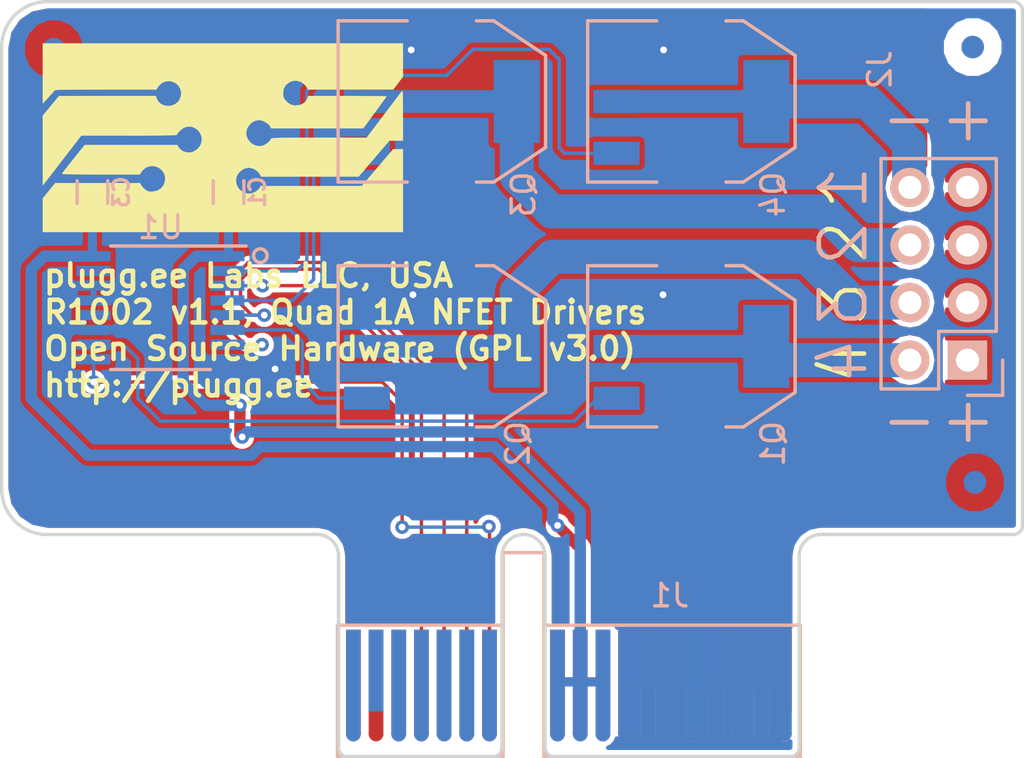
<source format=kicad_pcb>
(kicad_pcb (version 4) (host pcbnew 4.0.6-e0-6349~53~ubuntu14.04.1)

  (general
    (links 86)
    (no_connects 0)
    (area 117.6 64.8 171.000001 106.600001)
    (thickness 1.6)
    (drawings 39)
    (tracks 171)
    (zones 0)
    (modules 13)
    (nets 26)
  )

  (page A4)
  (layers
    (0 F.Cu signal hide)
    (31 B.Cu signal hide)
    (32 B.Adhes user)
    (33 F.Adhes user)
    (34 B.Paste user)
    (35 F.Paste user)
    (36 B.SilkS user)
    (37 F.SilkS user)
    (38 B.Mask user hide)
    (39 F.Mask user hide)
    (40 Dwgs.User user)
    (41 Cmts.User user)
    (42 Eco1.User user)
    (43 Eco2.User user)
    (44 Edge.Cuts user)
    (45 Margin user)
    (46 B.CrtYd user)
    (47 F.CrtYd user)
    (48 B.Fab user)
    (49 F.Fab user)
  )

  (setup
    (last_trace_width 0.15)
    (user_trace_width 0.2)
    (user_trace_width 0.3)
    (user_trace_width 0.4)
    (user_trace_width 0.5)
    (user_trace_width 1)
    (user_trace_width 1.5)
    (trace_clearance 0.15)
    (zone_clearance 0.22)
    (zone_45_only yes)
    (trace_min 0.15)
    (segment_width 0.2)
    (edge_width 0.15)
    (via_size 0.6)
    (via_drill 0.3)
    (via_min_size 0.6)
    (via_min_drill 0.3)
    (uvia_size 0.3)
    (uvia_drill 0.1)
    (uvias_allowed no)
    (uvia_min_size 0.2)
    (uvia_min_drill 0.1)
    (pcb_text_width 0.3)
    (pcb_text_size 1.5 1.5)
    (mod_edge_width 0.15)
    (mod_text_size 1 1)
    (mod_text_width 0.15)
    (pad_size 1.524 1.524)
    (pad_drill 0.762)
    (pad_to_mask_clearance 0)
    (aux_axis_origin 0 0)
    (visible_elements FFFEFFFF)
    (pcbplotparams
      (layerselection 0x010fc_80000001)
      (usegerberextensions false)
      (excludeedgelayer true)
      (linewidth 0.100000)
      (plotframeref false)
      (viasonmask false)
      (mode 1)
      (useauxorigin false)
      (hpglpennumber 1)
      (hpglpenspeed 20)
      (hpglpendiameter 15)
      (hpglpenoverlay 2)
      (psnegative false)
      (psa4output false)
      (plotreference true)
      (plotvalue true)
      (plotinvisibletext false)
      (padsonsilk false)
      (subtractmaskfromsilk false)
      (outputformat 1)
      (mirror false)
      (drillshape 0)
      (scaleselection 1)
      (outputdirectory Gerbers/))
  )

  (net 0 "")
  (net 1 C2D)
  (net 2 GND)
  (net 3 +3V3)
  (net 4 ID2)
  (net 5 ID3)
  (net 6 RESERVED0)
  (net 7 ID0)
  (net 8 ID1)
  (net 9 HT)
  (net 10 +5V)
  (net 11 PX3)
  (net 12 PX4)
  (net 13 SCL)
  (net 14 SDA)
  (net 15 ~MRESET)
  (net 16 PX1)
  (net 17 PX2)
  (net 18 /GN4)
  (net 19 /GN3)
  (net 20 /GN2)
  (net 21 /GN1)
  (net 22 /DN1)
  (net 23 /DN2)
  (net 24 /DN3)
  (net 25 /DN4)

  (net_class Default "This is the default net class."
    (clearance 0.15)
    (trace_width 0.15)
    (via_dia 0.6)
    (via_drill 0.3)
    (uvia_dia 0.3)
    (uvia_drill 0.1)
    (add_net +3V3)
    (add_net +5V)
    (add_net /DN1)
    (add_net /DN2)
    (add_net /DN3)
    (add_net /DN4)
    (add_net /GN1)
    (add_net /GN2)
    (add_net /GN3)
    (add_net /GN4)
    (add_net C2D)
    (add_net GND)
    (add_net HT)
    (add_net ID0)
    (add_net ID1)
    (add_net ID2)
    (add_net ID3)
    (add_net PX1)
    (add_net PX2)
    (add_net PX3)
    (add_net PX4)
    (add_net RESERVED0)
    (add_net SCL)
    (add_net SDA)
    (add_net ~MRESET)
  )

  (module Main:PCIEXPRESS-X1 (layer B.Cu) (tedit 575B4175) (tstamp 575B4241)
    (at 150 100 180)
    (path /575CF2BC)
    (fp_text reference J1 (at -4.445 3.81 180) (layer B.SilkS)
      (effects (font (size 1 1) (thickness 0.15)) (justify mirror))
    )
    (fp_text value PCIEXPRESS-X1 (at 6.985 3.81 180) (layer B.Fab) hide
      (effects (font (size 1 1) (thickness 0.15)) (justify mirror))
    )
    (fp_line (start 1.09982 2.49936) (end 1.09982 5.69976) (layer B.SilkS) (width 0.15))
    (fp_line (start 1.09982 5.69976) (end 2.90068 5.69976) (layer B.SilkS) (width 0.15))
    (fp_line (start 2.90068 5.69976) (end 2.90068 2.49936) (layer B.SilkS) (width 0.15))
    (fp_line (start -10.20064 2.49936) (end 1.09982 2.49936) (layer B.SilkS) (width 0.15))
    (fp_line (start 1.09982 2.49936) (end 1.09982 -3.29946) (layer B.SilkS) (width 0.15))
    (fp_line (start 1.09982 -3.29946) (end -10.20064 -3.29946) (layer B.SilkS) (width 0.15))
    (fp_line (start -10.20064 -3.29946) (end -10.20064 2.49936) (layer B.SilkS) (width 0.15))
    (fp_line (start 10.20064 2.49936) (end 2.90068 2.49936) (layer B.SilkS) (width 0.15))
    (fp_line (start 2.90068 -3.29946) (end 10.20064 -3.29946) (layer B.SilkS) (width 0.15))
    (fp_line (start 2.90068 2.49936) (end 2.90068 -3.29946) (layer B.SilkS) (width 0.15))
    (fp_line (start 10.20064 2.49936) (end 10.20064 -3.29946) (layer B.SilkS) (width 0.15))
    (pad B18 connect circle (at 9.4996 -2.30124 180) (size 0.65024 0.65024) (layers B.Cu B.Mask)
      (net 1 C2D))
    (pad B1 connect rect (at -9.4996 0 180) (size 0.65024 4.59994) (layers B.Cu B.Mask)
      (net 2 GND))
    (pad B2 connect rect (at -8.49884 0 180) (size 0.65024 4.59994) (layers B.Cu B.Mask)
      (net 2 GND))
    (pad B3 connect rect (at -7.50062 0 180) (size 0.65024 4.59994) (layers B.Cu B.Mask)
      (net 2 GND))
    (pad B4 connect rect (at -6.49986 0 180) (size 0.65024 4.59994) (layers B.Cu B.Mask)
      (net 2 GND))
    (pad B5 connect rect (at -5.4991 0 180) (size 0.65024 4.59994) (layers B.Cu B.Mask)
      (net 2 GND))
    (pad B6 connect rect (at -4.50088 0 180) (size 0.65024 4.59994) (layers B.Cu B.Mask)
      (net 2 GND))
    (pad B7 connect rect (at -3.50012 0 180) (size 0.65024 4.59994) (layers B.Cu B.Mask)
      (net 2 GND))
    (pad B8 connect rect (at -2.49936 0 180) (size 0.65024 4.59994) (layers B.Cu B.Mask)
      (net 2 GND))
    (pad B9 connect rect (at -1.50114 0 180) (size 0.65024 4.59994) (layers B.Cu B.Mask)
      (net 3 +3V3))
    (pad B10 connect rect (at -0.50038 0 180) (size 0.65024 4.59994) (layers B.Cu B.Mask)
      (net 3 +3V3))
    (pad B11 connect rect (at 0.50038 0 180) (size 0.65024 4.59994) (layers B.Cu B.Mask)
      (net 3 +3V3))
    (pad B14 connect rect (at 5.4991 0 180) (size 0.65024 4.59994) (layers B.Cu B.Mask)
      (net 4 ID2))
    (pad B15 connect rect (at 6.49986 0 180) (size 0.65024 4.59994) (layers B.Cu B.Mask)
      (net 5 ID3))
    (pad B16 connect rect (at 7.50062 0 180) (size 0.65024 4.59994) (layers B.Cu B.Mask)
      (net 6 RESERVED0))
    (pad B17 connect rect (at 8.49884 0.50038 180) (size 0.65024 3.59918) (layers B.Cu B.Mask))
    (pad B18 connect rect (at 9.4996 0 180) (size 0.65024 4.59994) (layers B.Cu B.Mask)
      (net 1 C2D))
    (pad B12 connect rect (at 3.50012 0 180) (size 0.65024 4.59994) (layers B.Cu B.Mask)
      (net 7 ID0))
    (pad B13 connect rect (at 4.50088 0 180) (size 0.65024 4.59994) (layers B.Cu B.Mask)
      (net 8 ID1))
    (pad A1 connect rect (at -9.4996 0.50038 180) (size 0.65024 3.59918) (layers F.Cu F.Mask)
      (net 9 HT))
    (pad A2 connect rect (at -8.49884 0 180) (size 0.65024 4.59994) (layers F.Cu F.Mask)
      (net 9 HT))
    (pad A3 connect rect (at -7.50062 0 180) (size 0.65024 4.59994) (layers F.Cu F.Mask)
      (net 9 HT))
    (pad A4 connect rect (at -6.49986 0 180) (size 0.65024 4.59994) (layers F.Cu F.Mask)
      (net 9 HT))
    (pad A5 connect rect (at -5.4991 0 180) (size 0.65024 4.59994) (layers F.Cu F.Mask)
      (net 9 HT))
    (pad A6 connect rect (at -4.50088 0 180) (size 0.65024 4.59994) (layers F.Cu F.Mask)
      (net 9 HT))
    (pad A7 connect rect (at -3.50012 0 180) (size 0.65024 4.59994) (layers F.Cu F.Mask)
      (net 9 HT))
    (pad A8 connect rect (at -2.49936 0 180) (size 0.65024 4.59994) (layers F.Cu F.Mask)
      (net 9 HT))
    (pad A9 connect rect (at -1.50114 0 180) (size 0.65024 4.59994) (layers F.Cu F.Mask)
      (net 10 +5V))
    (pad A10 connect rect (at -0.50038 0 180) (size 0.65024 4.59994) (layers F.Cu F.Mask)
      (net 10 +5V))
    (pad A11 connect rect (at 0.50038 0 180) (size 0.65024 4.59994) (layers F.Cu F.Mask)
      (net 10 +5V))
    (pad A14 connect rect (at 5.4991 0 180) (size 0.65024 4.59994) (layers F.Cu F.Mask)
      (net 11 PX3))
    (pad A15 connect rect (at 6.49986 0 180) (size 0.65024 4.59994) (layers F.Cu F.Mask)
      (net 12 PX4))
    (pad A16 connect rect (at 7.50062 0 180) (size 0.65024 4.59994) (layers F.Cu F.Mask)
      (net 13 SCL))
    (pad A17 connect rect (at 8.49884 0 180) (size 0.65024 4.59994) (layers F.Cu F.Mask)
      (net 14 SDA))
    (pad A18 connect rect (at 9.4996 0 180) (size 0.65024 4.59994) (layers F.Cu F.Mask)
      (net 15 ~MRESET))
    (pad A12 connect rect (at 3.50012 0 180) (size 0.65024 4.59994) (layers F.Cu F.Mask)
      (net 16 PX1))
    (pad A13 connect rect (at 4.50088 0 180) (size 0.65024 4.59994) (layers F.Cu F.Mask)
      (net 17 PX2))
    (pad B3 connect circle (at -7.50062 -2.30124 180) (size 0.65024 0.65024) (layers B.Cu B.Mask)
      (net 2 GND))
    (pad B4 connect circle (at -6.49986 -2.30124 180) (size 0.65024 0.65024) (layers B.Cu B.Mask)
      (net 2 GND))
    (pad B5 connect circle (at -5.4991 -2.30124 180) (size 0.65024 0.65024) (layers B.Cu B.Mask)
      (net 2 GND))
    (pad B6 connect circle (at -4.50088 -2.30124 180) (size 0.65024 0.65024) (layers B.Cu B.Mask)
      (net 2 GND))
    (pad B7 connect circle (at -3.50012 -2.30124 180) (size 0.65024 0.65024) (layers B.Cu B.Mask)
      (net 2 GND))
    (pad B8 connect circle (at -2.49936 -2.30124 180) (size 0.65024 0.65024) (layers B.Cu B.Mask)
      (net 2 GND))
    (pad B9 connect circle (at -1.50114 -2.30124 180) (size 0.65024 0.65024) (layers B.Cu B.Mask)
      (net 3 +3V3))
    (pad B10 connect circle (at -0.50038 -2.30124 180) (size 0.65024 0.65024) (layers B.Cu B.Mask)
      (net 3 +3V3))
    (pad B11 connect circle (at 0.50038 -2.30124 180) (size 0.65024 0.65024) (layers B.Cu B.Mask)
      (net 3 +3V3))
    (pad B1 connect circle (at -9.4996 -2.30124 180) (size 0.65024 0.65024) (layers B.Cu B.Mask)
      (net 2 GND))
    (pad B12 connect circle (at 3.50012 -2.30124 180) (size 0.65024 0.65024) (layers B.Cu B.Mask)
      (net 7 ID0))
    (pad B13 connect circle (at 4.50088 -2.30124 180) (size 0.65024 0.65024) (layers B.Cu B.Mask)
      (net 8 ID1))
    (pad B14 connect circle (at 5.4991 -2.30124 180) (size 0.65024 0.65024) (layers B.Cu B.Mask)
      (net 4 ID2))
    (pad B15 connect circle (at 6.49986 -2.30124 180) (size 0.65024 0.65024) (layers B.Cu B.Mask)
      (net 5 ID3))
    (pad B16 connect circle (at 7.50062 -2.30124 180) (size 0.65024 0.65024) (layers B.Cu B.Mask)
      (net 6 RESERVED0))
    (pad B2 connect circle (at -8.49884 -2.30124 180) (size 0.65024 0.65024) (layers B.Cu B.Mask)
      (net 2 GND))
    (pad A4 connect oval (at -6.49986 -2.30124 90) (size 0.65024 0.65024) (layers F.Cu F.Mask)
      (net 9 HT))
    (pad A5 connect oval (at -5.4991 -2.30124 90) (size 0.65024 0.65024) (layers F.Cu F.Mask)
      (net 9 HT))
    (pad A6 connect oval (at -4.50088 -2.30124 90) (size 0.65024 0.65024) (layers F.Cu F.Mask)
      (net 9 HT))
    (pad A7 connect oval (at -3.50012 -2.30124 90) (size 0.65024 0.65024) (layers F.Cu F.Mask)
      (net 9 HT))
    (pad A8 connect oval (at -2.49936 -2.30124 90) (size 0.65024 0.65024) (layers F.Cu F.Mask)
      (net 9 HT))
    (pad A9 connect oval (at -1.50114 -2.30124 90) (size 0.65024 0.65024) (layers F.Cu F.Mask)
      (net 10 +5V))
    (pad A10 connect oval (at -0.50038 -2.30124 90) (size 0.65024 0.65024) (layers F.Cu F.Mask)
      (net 10 +5V))
    (pad A14 connect oval (at 5.4991 -2.30124 90) (size 0.65024 0.65024) (layers F.Cu F.Mask)
      (net 11 PX3))
    (pad A15 connect oval (at 6.49986 -2.30124 90) (size 0.65024 0.65024) (layers F.Cu F.Mask)
      (net 12 PX4))
    (pad A3 connect oval (at -7.50062 -2.30124 90) (size 0.65024 0.65024) (layers F.Cu F.Mask)
      (net 9 HT))
    (pad A13 connect oval (at 4.50088 -2.30124 90) (size 0.65024 0.65024) (layers F.Cu F.Mask)
      (net 17 PX2))
    (pad A16 connect oval (at 7.50062 -2.30124 90) (size 0.65024 0.65024) (layers F.Cu F.Mask)
      (net 13 SCL))
    (pad A11 connect oval (at 0.50038 -2.30124 90) (size 0.65024 0.65024) (layers F.Cu F.Mask)
      (net 10 +5V))
    (pad A12 connect oval (at 3.50012 -2.30124 90) (size 0.65024 0.65024) (layers F.Cu F.Mask)
      (net 16 PX1))
    (pad A17 connect oval (at 8.49884 -2.30124 90) (size 0.65024 0.65024) (layers F.Cu F.Mask)
      (net 14 SDA))
    (pad A18 connect oval (at 9.4996 -2.30124 90) (size 0.65024 0.65024) (layers F.Cu F.Mask)
      (net 15 ~MRESET))
    (pad A2 connect oval (at -8.49884 -2.30124 90) (size 0.65024 0.65024) (layers F.Cu F.Mask)
      (net 9 HT))
  )

  (module TO_SOT_Packages_SMD:SOT-223 (layer B.Cu) (tedit 58D5BEFA) (tstamp 5772DC4D)
    (at 155.4 85.2 90)
    (descr "module CMS SOT223 4 pins")
    (tags "CMS SOT")
    (path /5772D96F)
    (zone_connect 2)
    (attr smd)
    (fp_text reference Q1 (at -4.3 3.6 90) (layer B.SilkS)
      (effects (font (size 1 1) (thickness 0.15)) (justify mirror))
    )
    (fp_text value Q_NMOS_GDSD (at 0 -0.762 90) (layer B.Fab)
      (effects (font (size 1 1) (thickness 0.15)) (justify mirror))
    )
    (fp_line (start -3.556 -1.524) (end -3.556 -4.572) (layer B.SilkS) (width 0.15))
    (fp_line (start -3.556 -4.572) (end 3.556 -4.572) (layer B.SilkS) (width 0.15))
    (fp_line (start 3.556 -4.572) (end 3.556 -1.524) (layer B.SilkS) (width 0.15))
    (fp_line (start -3.556 1.524) (end -3.556 2.286) (layer B.SilkS) (width 0.15))
    (fp_line (start -3.556 2.286) (end -2.032 4.572) (layer B.SilkS) (width 0.15))
    (fp_line (start -2.032 4.572) (end 2.032 4.572) (layer B.SilkS) (width 0.15))
    (fp_line (start 2.032 4.572) (end 3.556 2.286) (layer B.SilkS) (width 0.15))
    (fp_line (start 3.556 2.286) (end 3.556 1.524) (layer B.SilkS) (width 0.15))
    (pad 4 smd rect (at 0 3.302 90) (size 3.6576 2.032) (layers B.Cu B.Paste B.Mask)
      (net 25 /DN4) (zone_connect 2))
    (pad 2 smd rect (at 0 -3.302 90) (size 1.016 2.032) (layers B.Cu B.Paste B.Mask)
      (net 25 /DN4) (zone_connect 2))
    (pad 3 smd rect (at 2.286 -3.302 90) (size 1.016 2.032) (layers B.Cu B.Paste B.Mask)
      (net 2 GND) (zone_connect 2))
    (pad 1 smd rect (at -2.286 -3.302 90) (size 1.016 2.032) (layers B.Cu B.Paste B.Mask)
      (net 18 /GN4) (zone_connect 2))
    (model TO_SOT_Packages_SMD.3dshapes/SOT-223.wrl
      (at (xyz 0 0 0))
      (scale (xyz 0.4 0.4 0.4))
      (rotate (xyz 0 0 0))
    )
  )

  (module TO_SOT_Packages_SMD:SOT-223 (layer B.Cu) (tedit 58D5BEFD) (tstamp 5772DC5D)
    (at 144.4 85.2 90)
    (descr "module CMS SOT223 4 pins")
    (tags "CMS SOT")
    (path /5772DEA3)
    (zone_connect 2)
    (attr smd)
    (fp_text reference Q2 (at -4.3 3.35 90) (layer B.SilkS)
      (effects (font (size 1 1) (thickness 0.15)) (justify mirror))
    )
    (fp_text value Q_NMOS_GDSD (at 0 -0.762 90) (layer B.Fab)
      (effects (font (size 1 1) (thickness 0.15)) (justify mirror))
    )
    (fp_line (start -3.556 -1.524) (end -3.556 -4.572) (layer B.SilkS) (width 0.15))
    (fp_line (start -3.556 -4.572) (end 3.556 -4.572) (layer B.SilkS) (width 0.15))
    (fp_line (start 3.556 -4.572) (end 3.556 -1.524) (layer B.SilkS) (width 0.15))
    (fp_line (start -3.556 1.524) (end -3.556 2.286) (layer B.SilkS) (width 0.15))
    (fp_line (start -3.556 2.286) (end -2.032 4.572) (layer B.SilkS) (width 0.15))
    (fp_line (start -2.032 4.572) (end 2.032 4.572) (layer B.SilkS) (width 0.15))
    (fp_line (start 2.032 4.572) (end 3.556 2.286) (layer B.SilkS) (width 0.15))
    (fp_line (start 3.556 2.286) (end 3.556 1.524) (layer B.SilkS) (width 0.15))
    (pad 4 smd rect (at 0 3.302 90) (size 3.6576 2.032) (layers B.Cu B.Paste B.Mask)
      (net 24 /DN3) (zone_connect 2))
    (pad 2 smd rect (at 0 -3.302 90) (size 1.016 2.032) (layers B.Cu B.Paste B.Mask)
      (net 24 /DN3) (zone_connect 2))
    (pad 3 smd rect (at 2.286 -3.302 90) (size 1.016 2.032) (layers B.Cu B.Paste B.Mask)
      (net 2 GND) (zone_connect 2))
    (pad 1 smd rect (at -2.286 -3.302 90) (size 1.016 2.032) (layers B.Cu B.Paste B.Mask)
      (net 19 /GN3) (zone_connect 2))
    (model TO_SOT_Packages_SMD.3dshapes/SOT-223.wrl
      (at (xyz 0 0 0))
      (scale (xyz 0.4 0.4 0.4))
      (rotate (xyz 0 0 0))
    )
  )

  (module TO_SOT_Packages_SMD:SOT-223 (layer B.Cu) (tedit 58D5BEE4) (tstamp 5772DC6D)
    (at 144.4 74.4 90)
    (descr "module CMS SOT223 4 pins")
    (tags "CMS SOT")
    (path /5772DF33)
    (zone_connect 2)
    (attr smd)
    (fp_text reference Q3 (at -4.1 3.6 90) (layer B.SilkS)
      (effects (font (size 1 1) (thickness 0.15)) (justify mirror))
    )
    (fp_text value Q_NMOS_GDSD (at 0 -0.762 90) (layer B.Fab)
      (effects (font (size 1 1) (thickness 0.15)) (justify mirror))
    )
    (fp_line (start -3.556 -1.524) (end -3.556 -4.572) (layer B.SilkS) (width 0.15))
    (fp_line (start -3.556 -4.572) (end 3.556 -4.572) (layer B.SilkS) (width 0.15))
    (fp_line (start 3.556 -4.572) (end 3.556 -1.524) (layer B.SilkS) (width 0.15))
    (fp_line (start -3.556 1.524) (end -3.556 2.286) (layer B.SilkS) (width 0.15))
    (fp_line (start -3.556 2.286) (end -2.032 4.572) (layer B.SilkS) (width 0.15))
    (fp_line (start -2.032 4.572) (end 2.032 4.572) (layer B.SilkS) (width 0.15))
    (fp_line (start 2.032 4.572) (end 3.556 2.286) (layer B.SilkS) (width 0.15))
    (fp_line (start 3.556 2.286) (end 3.556 1.524) (layer B.SilkS) (width 0.15))
    (pad 4 smd rect (at 0 3.302 90) (size 3.6576 2.032) (layers B.Cu B.Paste B.Mask)
      (net 23 /DN2) (zone_connect 2))
    (pad 2 smd rect (at 0 -3.302 90) (size 1.016 2.032) (layers B.Cu B.Paste B.Mask)
      (net 23 /DN2) (zone_connect 2))
    (pad 3 smd rect (at 2.286 -3.302 90) (size 1.016 2.032) (layers B.Cu B.Paste B.Mask)
      (net 2 GND) (zone_connect 2))
    (pad 1 smd rect (at -2.286 -3.302 90) (size 1.016 2.032) (layers B.Cu B.Paste B.Mask)
      (net 20 /GN2) (zone_connect 2))
    (model TO_SOT_Packages_SMD.3dshapes/SOT-223.wrl
      (at (xyz 0 0 0))
      (scale (xyz 0.4 0.4 0.4))
      (rotate (xyz 0 0 0))
    )
  )

  (module TO_SOT_Packages_SMD:SOT-223 (layer B.Cu) (tedit 58D5BEF4) (tstamp 5772DC7D)
    (at 155.4 74.4 90)
    (descr "module CMS SOT223 4 pins")
    (tags "CMS SOT")
    (path /5772DF9C)
    (zone_connect 2)
    (attr smd)
    (fp_text reference Q4 (at -4.1 3.6 90) (layer B.SilkS)
      (effects (font (size 1 1) (thickness 0.15)) (justify mirror))
    )
    (fp_text value Q_NMOS_GDSD (at 0 -0.762 90) (layer B.Fab)
      (effects (font (size 1 1) (thickness 0.15)) (justify mirror))
    )
    (fp_line (start -3.556 -1.524) (end -3.556 -4.572) (layer B.SilkS) (width 0.15))
    (fp_line (start -3.556 -4.572) (end 3.556 -4.572) (layer B.SilkS) (width 0.15))
    (fp_line (start 3.556 -4.572) (end 3.556 -1.524) (layer B.SilkS) (width 0.15))
    (fp_line (start -3.556 1.524) (end -3.556 2.286) (layer B.SilkS) (width 0.15))
    (fp_line (start -3.556 2.286) (end -2.032 4.572) (layer B.SilkS) (width 0.15))
    (fp_line (start -2.032 4.572) (end 2.032 4.572) (layer B.SilkS) (width 0.15))
    (fp_line (start 2.032 4.572) (end 3.556 2.286) (layer B.SilkS) (width 0.15))
    (fp_line (start 3.556 2.286) (end 3.556 1.524) (layer B.SilkS) (width 0.15))
    (pad 4 smd rect (at 0 3.302 90) (size 3.6576 2.032) (layers B.Cu B.Paste B.Mask)
      (net 22 /DN1) (zone_connect 2))
    (pad 2 smd rect (at 0 -3.302 90) (size 1.016 2.032) (layers B.Cu B.Paste B.Mask)
      (net 22 /DN1) (zone_connect 2))
    (pad 3 smd rect (at 2.286 -3.302 90) (size 1.016 2.032) (layers B.Cu B.Paste B.Mask)
      (net 2 GND) (zone_connect 2))
    (pad 1 smd rect (at -2.286 -3.302 90) (size 1.016 2.032) (layers B.Cu B.Paste B.Mask)
      (net 21 /GN1) (zone_connect 2))
    (model TO_SOT_Packages_SMD.3dshapes/SOT-223.wrl
      (at (xyz 0 0 0))
      (scale (xyz 0.4 0.4 0.4))
      (rotate (xyz 0 0 0))
    )
  )

  (module pluggee:pluggeeLabsIcon-16X8 (layer F.Cu) (tedit 0) (tstamp 58D57896)
    (at 134.75 76 180)
    (path /58D578C8)
    (fp_text reference A1 (at 0 0 180) (layer F.SilkS) hide
      (effects (font (thickness 0.3)))
    )
    (fp_text value ART (at 0.75 0 180) (layer F.SilkS) hide
      (effects (font (thickness 0.3)))
    )
    (fp_poly (pts (xy 7.9375 -2.672447) (xy 7.391846 -2.000251) (xy 5.524684 -2.00025) (xy 3.657522 -2.00025)
      (xy 3.593078 -2.109474) (xy 3.52497 -2.195927) (xy 3.432187 -2.280637) (xy 3.399991 -2.30383)
      (xy 3.316515 -2.352706) (xy 3.240573 -2.375634) (xy 3.144042 -2.378874) (xy 3.079872 -2.375112)
      (xy 2.891651 -2.333311) (xy 2.736834 -2.241349) (xy 2.622568 -2.10544) (xy 2.556003 -1.931796)
      (xy 2.553114 -1.917327) (xy 2.546188 -1.737138) (xy 2.590288 -1.579105) (xy 2.675815 -1.4471)
      (xy 2.793167 -1.344997) (xy 2.932745 -1.276667) (xy 3.084946 -1.245984) (xy 3.240171 -1.25682)
      (xy 3.38882 -1.313047) (xy 3.521291 -1.418539) (xy 3.585131 -1.501041) (xy 3.661888 -1.619251)
      (xy 5.388818 -1.619251) (xy 5.776474 -1.618983) (xy 6.104767 -1.618114) (xy 6.377835 -1.61655)
      (xy 6.599813 -1.614192) (xy 6.774837 -1.610945) (xy 6.907042 -1.606712) (xy 7.000566 -1.601397)
      (xy 7.059543 -1.594903) (xy 7.08811 -1.587134) (xy 7.091638 -1.579563) (xy 7.065771 -1.544591)
      (xy 7.005869 -1.467368) (xy 6.917656 -1.355153) (xy 6.806857 -1.215207) (xy 6.679194 -1.054789)
      (xy 6.57845 -0.928688) (xy 6.089372 -0.317501) (xy 4.052748 -0.317701) (xy 2.016125 -0.317902)
      (xy 1.962419 -0.412289) (xy 1.861679 -0.529425) (xy 1.722559 -0.611213) (xy 1.562839 -0.65194)
      (xy 1.400298 -0.645894) (xy 1.315286 -0.620207) (xy 1.142547 -0.516676) (xy 1.016597 -0.370744)
      (xy 0.964805 -0.264947) (xy 0.929341 -0.094751) (xy 0.947704 0.069007) (xy 1.01162 0.217747)
      (xy 1.112814 0.34289) (xy 1.243011 0.435856) (xy 1.393938 0.488067) (xy 1.557318 0.490942)
      (xy 1.666226 0.46231) (xy 1.752506 0.416273) (xy 1.847441 0.346197) (xy 1.935782 0.266066)
      (xy 2.00228 0.189862) (xy 2.031684 0.131569) (xy 2.032 0.126908) (xy 2.063614 0.119836)
      (xy 2.157925 0.113631) (xy 2.314135 0.108305) (xy 2.531448 0.103871) (xy 2.809065 0.10034)
      (xy 3.14619 0.097725) (xy 3.542025 0.096037) (xy 3.995772 0.095289) (xy 4.137175 0.09525)
      (xy 6.242351 0.095249) (xy 7.089925 -1.003648) (xy 7.9375 -2.102545) (xy 7.9375 0.977376)
      (xy 7.580312 1.408741) (xy 7.223125 1.840105) (xy 5.090399 1.840802) (xy 2.957674 1.8415)
      (xy 2.922728 1.735612) (xy 2.845738 1.592506) (xy 2.729856 1.488125) (xy 2.587116 1.423263)
      (xy 2.429552 1.398715) (xy 2.269197 1.415274) (xy 2.118086 1.473735) (xy 1.988253 1.574891)
      (xy 1.91778 1.669291) (xy 1.850254 1.839804) (xy 1.839916 2.010188) (xy 1.881276 2.170131)
      (xy 1.968845 2.309316) (xy 2.097132 2.417429) (xy 2.260649 2.484157) (xy 2.359484 2.499199)
      (xy 2.540921 2.482357) (xy 2.701006 2.407286) (xy 2.832592 2.277645) (xy 2.854881 2.245459)
      (xy 2.931638 2.12725) (xy 5.162894 2.12725) (xy 5.59363 2.127189) (xy 5.965311 2.126931)
      (xy 6.282381 2.126361) (xy 6.549286 2.125366) (xy 6.770468 2.123831) (xy 6.950374 2.121642)
      (xy 7.093448 2.118685) (xy 7.204134 2.114845) (xy 7.286877 2.110009) (xy 7.346122 2.104062)
      (xy 7.386313 2.096891) (xy 7.411895 2.08838) (xy 7.427313 2.078416) (xy 7.435637 2.068873)
      (xy 7.47392 2.021825) (xy 7.544397 1.941065) (xy 7.635882 1.839258) (xy 7.707312 1.761298)
      (xy 7.9375 1.512098) (xy 7.9375 4.15925) (xy -7.9375 4.15925) (xy -7.9375 2.688196)
      (xy -7.509706 2.12725) (xy -5.63124 2.12725) (xy -3.752773 2.127249) (xy -3.688329 2.236473)
      (xy -3.571643 2.37785) (xy -3.423244 2.472213) (xy -3.255893 2.515964) (xy -3.082352 2.505506)
      (xy -2.935025 2.448817) (xy -2.78592 2.335518) (xy -2.692871 2.193123) (xy -2.653784 2.018042)
      (xy -2.652212 1.964385) (xy -2.658491 1.84716) (xy -2.681995 1.763529) (xy -2.73228 1.684047)
      (xy -2.750828 1.660542) (xy -2.881344 1.528115) (xy -3.019707 1.451293) (xy -3.180728 1.422562)
      (xy -3.221213 1.421954) (xy -3.40284 1.448299) (xy -3.555673 1.51942) (xy -3.669787 1.628645)
      (xy -3.734757 1.767283) (xy -3.753384 1.8415) (xy -5.480317 1.8415) (xy -5.804828 1.84115)
      (xy -6.109463 1.840144) (xy -6.38846 1.838547) (xy -6.636056 1.836426) (xy -6.846485 1.833845)
      (xy -7.013986 1.830869) (xy -7.132794 1.827565) (xy -7.197146 1.823999) (xy -7.207251 1.821876)
      (xy -7.189178 1.792127) (xy -7.138199 1.718128) (xy -7.059177 1.606677) (xy -6.956972 1.464575)
      (xy -6.836444 1.298619) (xy -6.702454 1.115609) (xy -6.696495 1.107501) (xy -6.185739 0.41275)
      (xy -2.125889 0.41275) (xy -2.090247 0.490975) (xy -2.027738 0.573654) (xy -1.924235 0.657612)
      (xy -1.800249 0.728336) (xy -1.703337 0.76475) (xy -1.545731 0.777984) (xy -1.393042 0.737467)
      (xy -1.255042 0.652763) (xy -1.141503 0.533435) (xy -1.062197 0.389048) (xy -1.026896 0.229165)
      (xy -1.034201 0.109895) (xy -1.094207 -0.056773) (xy -1.199417 -0.19582) (xy -1.337729 -0.299435)
      (xy -1.497039 -0.359809) (xy -1.665245 -0.36913) (xy -1.74984 -0.351926) (xy -1.85936 -0.303082)
      (xy -1.968986 -0.228669) (xy -2.059232 -0.144309) (xy -2.110612 -0.065628) (xy -2.111996 -0.061545)
      (xy -2.117415 -0.049345) (xy -2.12838 -0.038873) (xy -2.149438 -0.029997) (xy -2.185134 -0.022586)
      (xy -2.240013 -0.016507) (xy -2.318623 -0.01163) (xy -2.425507 -0.00782) (xy -2.565212 -0.004948)
      (xy -2.742284 -0.002881) (xy -2.961268 -0.001487) (xy -3.226711 -0.000633) (xy -3.543157 -0.000189)
      (xy -3.915152 -0.000023) (xy -4.232906 0) (xy -6.334282 0) (xy -7.096204 1.005741)
      (xy -7.264754 1.228202) (xy -7.422305 1.436092) (xy -7.564506 1.623676) (xy -7.687006 1.785216)
      (xy -7.785453 1.914975) (xy -7.855499 2.007217) (xy -7.892791 2.056203) (xy -7.896803 2.061429)
      (xy -7.907366 2.063054) (xy -7.91597 2.034729) (xy -7.922793 1.971604) (xy -7.928017 1.868832)
      (xy -7.931821 1.72156) (xy -7.934385 1.524941) (xy -7.935889 1.274125) (xy -7.936491 0.992187)
      (xy -7.9375 -0.127) (xy -7.33864 -0.127) (xy -6.661758 -0.919663) (xy -5.984875 -1.712326)
      (xy -3.836949 -1.713413) (xy -1.689023 -1.714501) (xy -1.624579 -1.605277) (xy -1.511671 -1.469556)
      (xy -1.363986 -1.373267) (xy -1.198946 -1.326564) (xy -1.141587 -1.323789) (xy -0.969591 -1.351361)
      (xy -0.819933 -1.431996) (xy -0.689389 -1.562438) (xy -0.604399 -1.712563) (xy -0.574047 -1.873662)
      (xy -0.593346 -2.034858) (xy -0.657311 -2.185273) (xy -0.760959 -2.314027) (xy -0.899304 -2.410244)
      (xy -1.067361 -2.463044) (xy -1.104094 -2.467437) (xy -1.265806 -2.454635) (xy -1.421591 -2.395068)
      (xy -1.550438 -2.298656) (xy -1.603375 -2.231661) (xy -1.666875 -2.129697) (xy -3.893755 -2.128474)
      (xy -6.120634 -2.12725) (xy -6.811924 -1.317625) (xy -7.503215 -0.508) (xy -7.9375 -0.508)
      (xy -7.9375 -4.15925) (xy 7.9375 -4.15925) (xy 7.9375 -2.672447)) (layer F.SilkS) (width 0.01))
  )

  (module Main:SOP65P500X440X120-16 (layer B.Cu) (tedit 58D590A0) (tstamp 5772DCF7)
    (at 132 83.5 180)
    (descr "16-Lead Plastic Thin Shrink Small Outline (ST)-4.4 mm Body [TSSOP] (see Microchip Packaging Specification 00000049BS.pdf)")
    (tags "SSOP 0.65")
    (path /5772D7E8)
    (attr smd)
    (fp_text reference U1 (at 0 3.55 180) (layer B.SilkS)
      (effects (font (size 1 1) (thickness 0.15)) (justify mirror))
    )
    (fp_text value MC14504B-TSSOP (at 0 0 180) (layer B.Fab) hide
      (effects (font (size 0.15 0.15) (thickness 0.03175)) (justify mirror))
    )
    (fp_circle (center -4.4 2.3) (end -4.1 2.3) (layer B.SilkS) (width 0.1524))
    (fp_line (start -3.95 2.8) (end -3.95 -2.8) (layer B.CrtYd) (width 0.05))
    (fp_line (start 3.95 2.8) (end 3.95 -2.8) (layer B.CrtYd) (width 0.05))
    (fp_line (start -3.95 2.8) (end 3.95 2.8) (layer B.CrtYd) (width 0.05))
    (fp_line (start -3.95 -2.8) (end 3.95 -2.8) (layer B.CrtYd) (width 0.05))
    (fp_line (start -2.2 -2.725) (end 2.2 -2.725) (layer B.SilkS) (width 0.15))
    (fp_line (start -3.775 2.725) (end 2.2 2.725) (layer B.SilkS) (width 0.15))
    (pad 1 smd rect (at -2.95 2.275 180) (size 1.5 0.45) (layers B.Cu B.Paste B.Mask)
      (net 3 +3V3))
    (pad 2 smd rect (at -2.95 1.625 180) (size 1.5 0.45) (layers B.Cu B.Paste B.Mask)
      (net 21 /GN1))
    (pad 3 smd rect (at -2.95 0.975 180) (size 1.5 0.45) (layers B.Cu B.Paste B.Mask)
      (net 12 PX4))
    (pad 4 smd rect (at -2.95 0.325 180) (size 1.5 0.45) (layers B.Cu B.Paste B.Mask)
      (net 20 /GN2))
    (pad 5 smd rect (at -2.95 -0.325 180) (size 1.5 0.45) (layers B.Cu B.Paste B.Mask)
      (net 11 PX3))
    (pad 6 smd rect (at -2.95 -0.975 180) (size 1.5 0.45) (layers B.Cu B.Paste B.Mask)
      (net 19 /GN3))
    (pad 7 smd rect (at -2.95 -1.625 180) (size 1.5 0.45) (layers B.Cu B.Paste B.Mask)
      (net 17 PX2))
    (pad 8 smd rect (at -2.95 -2.275 180) (size 1.5 0.45) (layers B.Cu B.Paste B.Mask)
      (net 2 GND))
    (pad 9 smd rect (at 2.95 -2.275 180) (size 1.5 0.45) (layers B.Cu B.Paste B.Mask)
      (net 16 PX1))
    (pad 10 smd rect (at 2.95 -1.625 180) (size 1.5 0.45) (layers B.Cu B.Paste B.Mask)
      (net 18 /GN4))
    (pad 11 smd rect (at 2.95 -0.975 180) (size 1.5 0.45) (layers B.Cu B.Paste B.Mask)
      (net 2 GND))
    (pad 12 smd rect (at 2.95 -0.325 180) (size 1.5 0.45) (layers B.Cu B.Paste B.Mask))
    (pad 13 smd rect (at 2.95 0.325 180) (size 1.5 0.45) (layers B.Cu B.Paste B.Mask)
      (net 2 GND))
    (pad 14 smd rect (at 2.95 0.975 180) (size 1.5 0.45) (layers B.Cu B.Paste B.Mask)
      (net 2 GND))
    (pad 15 smd rect (at 2.95 1.625 180) (size 1.5 0.45) (layers B.Cu B.Paste B.Mask))
    (pad 16 smd rect (at 2.95 2.275 180) (size 1.5 0.45) (layers B.Cu B.Paste B.Mask)
      (net 10 +5V))
    (model Housings_SSOP.3dshapes/TSSOP-16_4.4x5mm_Pitch0.65mm.wrl
      (at (xyz 0 0 0))
      (scale (xyz 1 1 1))
      (rotate (xyz 0 0 0))
    )
  )

  (module Main:FIDTOP001 (layer B.Cu) (tedit 58DA055C) (tstamp 58DA0559)
    (at 127.3 72.1)
    (descr "Circular Fiducial, 1mm bare copper top; 2.54mm keepout")
    (tags marker)
    (path /58DA0750)
    (attr virtual)
    (fp_text reference FID1 (at 0 -2.3) (layer B.SilkS) hide
      (effects (font (size 0.7 0.7) (thickness 0.15)) (justify mirror))
    )
    (fp_text value FIDTOP001 (at 0 1.8) (layer B.Fab) hide
      (effects (font (size 0.127 0.127) (thickness 0.03)) (justify mirror))
    )
    (fp_circle (center 0 0) (end 1.55 0) (layer B.CrtYd) (width 0.05))
    (pad ~ smd circle (at 0 0) (size 1 1) (layers B.Cu B.Mask)
      (solder_mask_margin 0.77) (clearance 0.77))
  )

  (module Main:FIDTOP001 (layer B.Cu) (tedit 58DA055A) (tstamp 58DA055F)
    (at 167.9 91.2)
    (descr "Circular Fiducial, 1mm bare copper top; 2.54mm keepout")
    (tags marker)
    (path /58DA07A1)
    (attr virtual)
    (fp_text reference FID2 (at 0 -2.3) (layer B.SilkS) hide
      (effects (font (size 0.7 0.7) (thickness 0.15)) (justify mirror))
    )
    (fp_text value FIDTOP001 (at 0 1.8) (layer B.Fab) hide
      (effects (font (size 0.127 0.127) (thickness 0.03)) (justify mirror))
    )
    (fp_circle (center 0 0) (end 1.55 0) (layer B.CrtYd) (width 0.05))
    (pad ~ smd circle (at 0 0) (size 1 1) (layers B.Cu B.Mask)
      (solder_mask_margin 0.77) (clearance 0.77))
  )

  (module Main:FIDTOP001 (layer B.Cu) (tedit 58DA055E) (tstamp 58DA0565)
    (at 167.8 72)
    (descr "Circular Fiducial, 1mm bare copper top; 2.54mm keepout")
    (tags marker)
    (path /58DA07F2)
    (attr virtual)
    (fp_text reference FID3 (at 0 -2.3) (layer B.SilkS) hide
      (effects (font (size 0.7 0.7) (thickness 0.15)) (justify mirror))
    )
    (fp_text value FIDTOP001 (at 0 1.8) (layer B.Fab) hide
      (effects (font (size 0.127 0.127) (thickness 0.03)) (justify mirror))
    )
    (fp_circle (center 0 0) (end 1.55 0) (layer B.CrtYd) (width 0.05))
    (pad ~ smd circle (at 0 0) (size 1 1) (layers B.Cu B.Mask)
      (solder_mask_margin 0.77) (clearance 0.77))
  )

  (module Main:CONN254P-02X04 (layer B.Cu) (tedit 58DA0734) (tstamp 58DA0748)
    (at 166.3 82 90)
    (descr "Through hole socket strip")
    (tags "socket strip")
    (path /58DA07AB)
    (fp_text reference J2 (at 9 -2.6 90) (layer B.SilkS)
      (effects (font (size 1 1) (thickness 0.15)) (justify mirror))
    )
    (fp_text value CONN254P-02X04 (at 0 -3.81 90) (layer B.Fab) hide
      (effects (font (size 0.127 0.127) (thickness 0.03)) (justify mirror))
    )
    (fp_line (start -5.56 3.02) (end -5.56 -3.03) (layer B.CrtYd) (width 0.05))
    (fp_line (start 5.59 3.02) (end 5.59 -3.03) (layer B.CrtYd) (width 0.05))
    (fp_line (start -5.56 3.02) (end 5.59 3.02) (layer B.CrtYd) (width 0.05))
    (fp_line (start -5.56 -3.03) (end 5.59 -3.03) (layer B.CrtYd) (width 0.05))
    (fp_line (start -2.54 2.54) (end 5.08 2.54) (layer B.SilkS) (width 0.15))
    (fp_line (start 5.08 2.54) (end 5.08 -2.54) (layer B.SilkS) (width 0.15))
    (fp_line (start 5.08 -2.54) (end -5.08 -2.54) (layer B.SilkS) (width 0.15))
    (fp_line (start -5.08 -2.54) (end -5.08 0) (layer B.SilkS) (width 0.15))
    (fp_line (start -3.81 2.82) (end -5.36 2.82) (layer B.SilkS) (width 0.15))
    (fp_line (start -5.08 0) (end -2.54 0) (layer B.SilkS) (width 0.15))
    (fp_line (start -2.54 0) (end -2.54 2.54) (layer B.SilkS) (width 0.15))
    (fp_line (start -5.36 2.82) (end -5.36 1.27) (layer B.SilkS) (width 0.15))
    (pad 1 thru_hole rect (at -3.81 1.27 90) (size 1.7272 1.7272) (drill 1.016) (layers *.Cu *.Mask B.SilkS)
      (net 9 HT))
    (pad 2 thru_hole oval (at -3.81 -1.27 90) (size 1.7272 1.7272) (drill 1.016) (layers *.Cu *.Mask B.SilkS)
      (net 25 /DN4))
    (pad 3 thru_hole oval (at -1.27 1.27 90) (size 1.7272 1.7272) (drill 1.016) (layers *.Cu *.Mask B.SilkS)
      (net 9 HT))
    (pad 4 thru_hole oval (at -1.27 -1.27 90) (size 1.7272 1.7272) (drill 1.016) (layers *.Cu *.Mask B.SilkS)
      (net 24 /DN3))
    (pad 5 thru_hole oval (at 1.27 1.27 90) (size 1.7272 1.7272) (drill 1.016) (layers *.Cu *.Mask B.SilkS)
      (net 9 HT))
    (pad 6 thru_hole oval (at 1.27 -1.27 90) (size 1.7272 1.7272) (drill 1.016) (layers *.Cu *.Mask B.SilkS)
      (net 23 /DN2))
    (pad 7 thru_hole oval (at 3.81 1.27 90) (size 1.7272 1.7272) (drill 1.016) (layers *.Cu *.Mask B.SilkS)
      (net 9 HT))
    (pad 8 thru_hole oval (at 3.81 -1.27 90) (size 1.7272 1.7272) (drill 1.016) (layers *.Cu *.Mask B.SilkS)
      (net 22 /DN1))
    (model main.3dshapes/CONN254P-02X04.wrl
      (at (xyz -0.15 0 0))
      (scale (xyz 0.3937 0.3937 0.3937))
      (rotate (xyz -90 0 180))
    )
  )

  (module Main:CAPC0603 (layer B.Cu) (tedit 57E4CC9B) (tstamp 58DA0837)
    (at 135 78.4 90)
    (descr "Resistor SMD 0603, reflow soldering, Vishay (see dcrcw.pdf)")
    (tags "resistor 0603")
    (path /58DA0C99)
    (attr smd)
    (fp_text reference C1 (at 0 1.27 90) (layer B.SilkS)
      (effects (font (size 0.7 0.7) (thickness 0.15)) (justify mirror))
    )
    (fp_text value CC0603KRX7R9BB104 (at 0 -0.508 90) (layer B.Fab)
      (effects (font (size 0.127 0.127) (thickness 0.03)) (justify mirror))
    )
    (fp_line (start -1.3 0.8) (end 1.3 0.8) (layer B.CrtYd) (width 0.05))
    (fp_line (start -1.3 -0.8) (end 1.3 -0.8) (layer B.CrtYd) (width 0.05))
    (fp_line (start -1.3 0.8) (end -1.3 -0.8) (layer B.CrtYd) (width 0.05))
    (fp_line (start 1.3 0.8) (end 1.3 -0.8) (layer B.CrtYd) (width 0.05))
    (fp_line (start 0.5 -0.675) (end -0.5 -0.675) (layer B.SilkS) (width 0.15))
    (fp_line (start -0.5 0.675) (end 0.5 0.675) (layer B.SilkS) (width 0.15))
    (pad 1 smd rect (at -0.7745 0 90) (size 0.787 0.864) (layers B.Cu B.Paste B.Mask)
      (net 3 +3V3))
    (pad 2 smd rect (at 0.7745 0 90) (size 0.787 0.864) (layers B.Cu B.Paste B.Mask)
      (net 2 GND))
    (model main.3dshapes/CAPC0603.wrl
      (at (xyz 0 0 0))
      (scale (xyz 1 1 1))
      (rotate (xyz 0 0 0))
    )
  )

  (module Main:CAPC0603 (layer B.Cu) (tedit 57E4CC9B) (tstamp 58DA0842)
    (at 129 78.4 90)
    (descr "Resistor SMD 0603, reflow soldering, Vishay (see dcrcw.pdf)")
    (tags "resistor 0603")
    (path /58DA0B27)
    (attr smd)
    (fp_text reference C3 (at 0 1.27 90) (layer B.SilkS)
      (effects (font (size 0.7 0.7) (thickness 0.15)) (justify mirror))
    )
    (fp_text value CC0603KRX7R9BB104 (at 0 -0.508 90) (layer B.Fab)
      (effects (font (size 0.127 0.127) (thickness 0.03)) (justify mirror))
    )
    (fp_line (start -1.3 0.8) (end 1.3 0.8) (layer B.CrtYd) (width 0.05))
    (fp_line (start -1.3 -0.8) (end 1.3 -0.8) (layer B.CrtYd) (width 0.05))
    (fp_line (start -1.3 0.8) (end -1.3 -0.8) (layer B.CrtYd) (width 0.05))
    (fp_line (start 1.3 0.8) (end 1.3 -0.8) (layer B.CrtYd) (width 0.05))
    (fp_line (start 0.5 -0.675) (end -0.5 -0.675) (layer B.SilkS) (width 0.15))
    (fp_line (start -0.5 0.675) (end 0.5 0.675) (layer B.SilkS) (width 0.15))
    (pad 1 smd rect (at -0.7745 0 90) (size 0.787 0.864) (layers B.Cu B.Paste B.Mask)
      (net 10 +5V))
    (pad 2 smd rect (at 0.7745 0 90) (size 0.787 0.864) (layers B.Cu B.Paste B.Mask)
      (net 2 GND))
    (model main.3dshapes/CAPC0603.wrl
      (at (xyz 0 0 0))
      (scale (xyz 1 1 1))
      (rotate (xyz 0 0 0))
    )
  )

  (gr_text 4 (at 162.1 85.8 90) (layer B.SilkS)
    (effects (font (size 2 2) (thickness 0.2)) (justify mirror))
  )
  (gr_text 3 (at 162.1 83.4 90) (layer B.SilkS)
    (effects (font (size 2 2) (thickness 0.2)) (justify mirror))
  )
  (gr_text 2 (at 162.1 80.7 90) (layer B.SilkS)
    (effects (font (size 2 2) (thickness 0.2)) (justify mirror))
  )
  (gr_text 1 (at 162.1 78.2 90) (layer B.SilkS)
    (effects (font (size 2 2) (thickness 0.2)) (justify mirror))
  )
  (gr_text 4 (at 162.1 85.9 90) (layer F.SilkS)
    (effects (font (size 2 2) (thickness 0.2)))
  )
  (gr_text 3 (at 162.1 83.3 90) (layer F.SilkS)
    (effects (font (size 2 2) (thickness 0.2)))
  )
  (gr_text 2 (at 162.1 80.6 90) (layer F.SilkS)
    (effects (font (size 2 2) (thickness 0.2)))
  )
  (gr_text 1 (at 162.1 78.2 90) (layer F.SilkS)
    (effects (font (size 2 2) (thickness 0.2)))
  )
  (gr_text - (at 165 75.1) (layer F.SilkS)
    (effects (font (size 2 2) (thickness 0.2)) (justify mirror))
  )
  (gr_text - (at 165 88.4) (layer F.SilkS)
    (effects (font (size 2 2) (thickness 0.2)) (justify mirror))
  )
  (gr_text + (at 167.6 88.4) (layer F.SilkS)
    (effects (font (size 2 2) (thickness 0.2)) (justify mirror))
  )
  (gr_text + (at 167.6 75.1) (layer F.SilkS)
    (effects (font (size 2 2) (thickness 0.2)) (justify mirror))
  )
  (gr_text - (at 165 75.1) (layer B.SilkS)
    (effects (font (size 2 2) (thickness 0.2)) (justify mirror))
  )
  (gr_text - (at 165 88.4) (layer B.SilkS)
    (effects (font (size 2 2) (thickness 0.2)) (justify mirror))
  )
  (gr_text + (at 167.6 75.1) (layer B.SilkS)
    (effects (font (size 2 2) (thickness 0.2)) (justify mirror))
  )
  (gr_text + (at 167.6 88.4) (layer B.SilkS)
    (effects (font (size 2 2) (thickness 0.2)) (justify mirror))
  )
  (gr_text "plugg.ee Labs LLC, USA\nR1002 v1.1, Quad 1A NFET Drivers\nOpen Source Hardware (GPL v3.0)\nhttp://plugg.ee" (at 126.75 84.5) (layer F.SilkS)
    (effects (font (size 1 1) (thickness 0.2)) (justify left))
  )
  (gr_arc (start 169.6 70.4) (end 170 70.4) (angle -90) (layer Edge.Cuts) (width 0.15) (tstamp 575A0A41))
  (gr_arc (start 169.6 93.1) (end 169.6 93.5) (angle -90) (layer Edge.Cuts) (width 0.15) (tstamp 575A09EA))
  (gr_arc (start 159.75 102.9) (end 160.15 102.9) (angle 90) (layer Edge.Cuts) (width 0.15) (tstamp 575A09A8))
  (gr_arc (start 149.35 102.9) (end 148.95 102.9) (angle -90) (layer Edge.Cuts) (width 0.15) (tstamp 575A0946))
  (gr_arc (start 146.65 102.9) (end 147.05 102.9) (angle 90) (layer Edge.Cuts) (width 0.15) (tstamp 575A0797))
  (gr_arc (start 140.25 102.9) (end 139.85 102.9) (angle -90) (layer Edge.Cuts) (width 0.15) (tstamp 575A06FE))
  (gr_line (start 170 70.4) (end 170 93.1) (angle 90) (layer Edge.Cuts) (width 0.15) (tstamp 575A0518))
  (gr_line (start 169.6 93.5) (end 161.1 93.5) (angle 90) (layer Edge.Cuts) (width 0.15) (tstamp 575A04F5))
  (gr_arc (start 161.1 94.45) (end 160.15 94.45) (angle 90) (layer Edge.Cuts) (width 0.15) (tstamp 575A048B))
  (gr_line (start 125 91.5) (end 125 72) (angle 90) (layer Edge.Cuts) (width 0.15) (tstamp 575A0413))
  (gr_arc (start 127 91.5) (end 127 93.5) (angle 90) (layer Edge.Cuts) (width 0.15) (tstamp 575A03AC))
  (gr_line (start 138.9 93.5) (end 127 93.5) (angle 90) (layer Edge.Cuts) (width 0.15) (tstamp 575A0373))
  (gr_arc (start 138.9 94.45) (end 139.85 94.45) (angle -90) (layer Edge.Cuts) (width 0.15) (tstamp 575A0260))
  (gr_arc (start 127 72) (end 125 72) (angle 90) (layer Edge.Cuts) (width 0.15) (tstamp 575A0050))
  (gr_line (start 169.6 70) (end 127 70) (angle 90) (layer Edge.Cuts) (width 0.15))
  (gr_line (start 160.15 102.9) (end 160.15 94.45) (angle 90) (layer Edge.Cuts) (width 0.15))
  (gr_line (start 149.35 103.3) (end 159.75 103.3) (angle 90) (layer Edge.Cuts) (width 0.15))
  (gr_line (start 139.85 102.9) (end 139.85 94.45) (angle 90) (layer Edge.Cuts) (width 0.15))
  (gr_line (start 146.65 103.3) (end 140.25 103.3) (angle 90) (layer Edge.Cuts) (width 0.15))
  (gr_arc (start 148 94.45) (end 147.05 94.45) (angle 180) (layer Edge.Cuts) (width 0.15))
  (gr_line (start 148.95 94.45) (end 148.95 102.9) (angle 90) (layer Edge.Cuts) (width 0.15) (tstamp 57102CF6))
  (gr_line (start 147.05 94.45) (end 147.05 102.9) (angle 90) (layer Edge.Cuts) (width 0.15))

  (segment (start 140.5004 102.30124) (end 140.5004 100) (width 0.15) (layer B.Cu) (net 1))
  (segment (start 134.95 85.775) (end 136.625 85.775) (width 0.3) (layer B.Cu) (net 2))
  (via (at 137.05 86.2) (size 0.6) (drill 0.3) (layers F.Cu B.Cu) (net 2))
  (segment (start 136.625 85.775) (end 137.05 86.2) (width 0.3) (layer B.Cu) (net 2) (tstamp 58D5C21F))
  (segment (start 152.098 72.114) (end 154.164 72.114) (width 1) (layer B.Cu) (net 2))
  (via (at 154.175 72.125) (size 0.6) (drill 0.3) (layers F.Cu B.Cu) (net 2))
  (segment (start 154.164 72.114) (end 154.175 72.125) (width 1) (layer B.Cu) (net 2) (tstamp 58D5C160))
  (segment (start 141.098 72.114) (end 143.039 72.114) (width 1) (layer B.Cu) (net 2))
  (via (at 143.05 72.125) (size 0.6) (drill 0.3) (layers F.Cu B.Cu) (net 2))
  (segment (start 143.039 72.114) (end 143.05 72.125) (width 1) (layer B.Cu) (net 2) (tstamp 58D5C154))
  (segment (start 141.098 82.914) (end 143.114 82.914) (width 1) (layer B.Cu) (net 2))
  (via (at 143.125 82.925) (size 0.6) (drill 0.3) (layers F.Cu B.Cu) (net 2))
  (segment (start 143.114 82.914) (end 143.125 82.925) (width 1) (layer B.Cu) (net 2) (tstamp 58D5C13B))
  (segment (start 152.098 82.914) (end 154.139 82.914) (width 1) (layer B.Cu) (net 2))
  (via (at 154.15 82.925) (size 0.6) (drill 0.3) (layers F.Cu B.Cu) (net 2))
  (segment (start 154.139 82.914) (end 154.15 82.925) (width 1) (layer B.Cu) (net 2) (tstamp 58D5C128))
  (segment (start 152.49936 100) (end 153.50012 100) (width 0.5) (layer B.Cu) (net 2))
  (segment (start 153.50012 100) (end 154.50088 100) (width 0.5) (layer B.Cu) (net 2) (tstamp 57730C97))
  (segment (start 154.50088 100) (end 155.4991 100) (width 0.5) (layer B.Cu) (net 2) (tstamp 57730CA0))
  (segment (start 155.4991 100) (end 156.49986 100) (width 0.5) (layer B.Cu) (net 2) (tstamp 57730CA1))
  (segment (start 156.49986 100) (end 157.50062 100) (width 0.5) (layer B.Cu) (net 2) (tstamp 57730CA2))
  (segment (start 157.50062 100) (end 158.49884 100) (width 0.5) (layer B.Cu) (net 2) (tstamp 57730CA3))
  (segment (start 158.49884 100) (end 159.4996 100) (width 0.5) (layer B.Cu) (net 2) (tstamp 57730CA4))
  (segment (start 159.4996 102.30124) (end 159.4996 100) (width 0.15) (layer B.Cu) (net 2))
  (segment (start 158.49884 102.30124) (end 158.49884 100) (width 0.15) (layer B.Cu) (net 2))
  (segment (start 157.50062 102.30124) (end 157.50062 100) (width 0.15) (layer B.Cu) (net 2))
  (segment (start 156.49986 102.30124) (end 156.49986 100) (width 0.15) (layer B.Cu) (net 2))
  (segment (start 155.4991 102.30124) (end 155.4991 100) (width 0.15) (layer B.Cu) (net 2))
  (segment (start 154.50088 102.30124) (end 154.50088 100) (width 0.15) (layer B.Cu) (net 2))
  (segment (start 153.50012 102.30124) (end 153.50012 100) (width 0.15) (layer B.Cu) (net 2))
  (segment (start 152.49936 102.30124) (end 152.49936 100) (width 0.15) (layer B.Cu) (net 2))
  (segment (start 150.50038 100) (end 150.50038 92.50038) (width 0.5) (layer B.Cu) (net 3))
  (segment (start 133.575 81.225) (end 134.95 81.225) (width 0.5) (layer B.Cu) (net 3) (tstamp 58D5C0A3))
  (segment (start 133 81.8) (end 133.575 81.225) (width 0.5) (layer B.Cu) (net 3) (tstamp 58D5C0A2))
  (segment (start 133 86.8) (end 133 81.8) (width 0.5) (layer B.Cu) (net 3) (tstamp 58D5C09C))
  (segment (start 134 87.8) (end 133 86.8) (width 0.5) (layer B.Cu) (net 3) (tstamp 58D5C092))
  (segment (start 135.5 87.8) (end 134 87.8) (width 0.5) (layer B.Cu) (net 3) (tstamp 58D5C091))
  (via (at 135.5 87.8) (size 0.6) (drill 0.3) (layers F.Cu B.Cu) (net 3))
  (segment (start 135.5 89.1) (end 135.5 87.8) (width 0.5) (layer F.Cu) (net 3) (tstamp 58D5C08F))
  (segment (start 135.6 89.2) (end 135.5 89.1) (width 0.5) (layer F.Cu) (net 3) (tstamp 58D5C08E))
  (via (at 135.6 89.2) (size 0.6) (drill 0.3) (layers F.Cu B.Cu) (net 3))
  (segment (start 135.824998 88.975002) (end 135.6 89.2) (width 0.5) (layer B.Cu) (net 3) (tstamp 58D5C08C))
  (segment (start 146.975002 88.975002) (end 135.824998 88.975002) (width 0.5) (layer B.Cu) (net 3) (tstamp 58D5C085))
  (segment (start 150.50038 92.50038) (end 146.975002 88.975002) (width 0.5) (layer B.Cu) (net 3) (tstamp 58D5C07B))
  (segment (start 135 79.15) (end 135 81.175) (width 0.4) (layer B.Cu) (net 3))
  (segment (start 135 81.175) (end 134.95 81.225) (width 0.4) (layer B.Cu) (net 3) (tstamp 58D5C078))
  (segment (start 151.50114 100) (end 150.50038 100) (width 0.4) (layer B.Cu) (net 3))
  (segment (start 150.50038 100) (end 149.49962 100) (width 0.4) (layer B.Cu) (net 3) (tstamp 577315E4))
  (segment (start 151.50114 102.30124) (end 151.50114 100) (width 0.15) (layer B.Cu) (net 3))
  (segment (start 150.50038 102.30124) (end 150.50038 100) (width 0.15) (layer B.Cu) (net 3))
  (segment (start 149.49962 102.30124) (end 149.49962 100) (width 0.15) (layer B.Cu) (net 3))
  (segment (start 144.5009 102.30124) (end 144.5009 100) (width 0.15) (layer B.Cu) (net 4))
  (segment (start 143.50014 102.30124) (end 143.50014 100) (width 0.15) (layer B.Cu) (net 5))
  (segment (start 142.49938 102.30124) (end 142.49938 100) (width 0.15) (layer B.Cu) (net 6))
  (segment (start 146.49988 102.30124) (end 146.49988 100) (width 0.15) (layer B.Cu) (net 7))
  (segment (start 145.49912 102.30124) (end 145.49912 100) (width 0.15) (layer B.Cu) (net 8))
  (segment (start 158.49884 100) (end 158.49884 102.30124) (width 0.15) (layer F.Cu) (net 9))
  (segment (start 157.50062 100) (end 157.50062 102.30124) (width 0.15) (layer F.Cu) (net 9))
  (segment (start 156.49986 100) (end 156.49986 102.30124) (width 0.15) (layer F.Cu) (net 9))
  (segment (start 155.4991 100) (end 155.4991 102.30124) (width 0.15) (layer F.Cu) (net 9))
  (segment (start 154.50088 100) (end 154.50088 102.30124) (width 0.15) (layer F.Cu) (net 9))
  (segment (start 153.50012 100) (end 153.50012 102.30124) (width 0.15) (layer F.Cu) (net 9))
  (segment (start 152.49936 100) (end 152.49936 102.30124) (width 0.15) (layer F.Cu) (net 9))
  (segment (start 150.50038 100) (end 150.50038 94.10038) (width 0.5) (layer F.Cu) (net 10))
  (segment (start 126.875 81.225) (end 129.05 81.225) (width 0.5) (layer B.Cu) (net 10) (tstamp 58D5C0DE))
  (segment (start 126.3 81.8) (end 126.875 81.225) (width 0.5) (layer B.Cu) (net 10) (tstamp 58D5C0DD))
  (segment (start 126.3 87.5) (end 126.3 81.8) (width 0.5) (layer B.Cu) (net 10) (tstamp 58D5C0D9))
  (segment (start 128.8 90) (end 126.3 87.5) (width 0.5) (layer B.Cu) (net 10) (tstamp 58D5C0D0))
  (segment (start 136 90) (end 128.8 90) (width 0.5) (layer B.Cu) (net 10) (tstamp 58D5C0CF))
  (segment (start 136.374996 89.625004) (end 136 90) (width 0.5) (layer B.Cu) (net 10) (tstamp 58D5C0C8))
  (segment (start 146.705762 89.625004) (end 136.374996 89.625004) (width 0.5) (layer B.Cu) (net 10) (tstamp 58D5C0C7))
  (segment (start 149.290379 92.209621) (end 146.705762 89.625004) (width 0.5) (layer B.Cu) (net 10) (tstamp 58D5C0C5))
  (segment (start 149.290379 92.890379) (end 149.290379 92.209621) (width 0.5) (layer B.Cu) (net 10) (tstamp 58D5C0C4))
  (segment (start 149.5 93.1) (end 149.290379 92.890379) (width 0.5) (layer B.Cu) (net 10) (tstamp 58D5C0C3))
  (via (at 149.5 93.1) (size 0.6) (drill 0.3) (layers F.Cu B.Cu) (net 10))
  (segment (start 150.50038 94.10038) (end 149.5 93.1) (width 0.5) (layer F.Cu) (net 10) (tstamp 58D5C0B8))
  (segment (start 129 79.15) (end 129 81.175) (width 0.4) (layer B.Cu) (net 10))
  (segment (start 129 81.175) (end 129.05 81.225) (width 0.4) (layer B.Cu) (net 10) (tstamp 58D5C075))
  (segment (start 149.49962 100) (end 150.50038 100) (width 0.4) (layer F.Cu) (net 10))
  (segment (start 150.50038 100) (end 151.50114 100) (width 0.4) (layer F.Cu) (net 10) (tstamp 577315E1))
  (segment (start 151.50114 100) (end 151.50114 102.30124) (width 0.15) (layer F.Cu) (net 10))
  (segment (start 150.50038 100) (end 150.50038 102.30124) (width 0.15) (layer F.Cu) (net 10))
  (segment (start 149.49962 100) (end 149.49962 102.30124) (width 0.15) (layer F.Cu) (net 10))
  (segment (start 144.5009 100) (end 144.5009 87.326634) (width 0.15) (layer F.Cu) (net 11))
  (segment (start 136.575 83.825) (end 134.95 83.825) (width 0.15) (layer B.Cu) (net 11) (tstamp 58D5C1B8))
  (via (at 136.575 83.825) (size 0.6) (drill 0.3) (layers F.Cu B.Cu) (net 11))
  (segment (start 136.025 83.825) (end 136.575 83.825) (width 0.15) (layer F.Cu) (net 11) (tstamp 58D5C1B5))
  (segment (start 135.525 83.325) (end 136.025 83.825) (width 0.15) (layer F.Cu) (net 11) (tstamp 58D5C1B3))
  (segment (start 135.525 82.275) (end 135.525 83.325) (width 0.15) (layer F.Cu) (net 11) (tstamp 58D5C1B2))
  (segment (start 136 81.8) (end 135.525 82.275) (width 0.15) (layer F.Cu) (net 11) (tstamp 58D5C1B1))
  (segment (start 138.974266 81.8) (end 136 81.8) (width 0.15) (layer F.Cu) (net 11) (tstamp 58D5C1AD))
  (segment (start 144.5009 87.326634) (end 138.974266 81.8) (width 0.15) (layer F.Cu) (net 11) (tstamp 58D5C1A4))
  (segment (start 144.5009 100) (end 144.5009 102.30124) (width 0.15) (layer F.Cu) (net 11))
  (segment (start 143.50014 100) (end 143.50014 86.75014) (width 0.15) (layer F.Cu) (net 12))
  (segment (start 136.5 82.525) (end 134.95 82.525) (width 0.15) (layer B.Cu) (net 12) (tstamp 58D5C19E))
  (via (at 136.5 82.525) (size 0.6) (drill 0.3) (layers F.Cu B.Cu) (net 12))
  (segment (start 139.275 82.525) (end 136.5 82.525) (width 0.15) (layer F.Cu) (net 12) (tstamp 58D5C198))
  (segment (start 143.50014 86.75014) (end 139.275 82.525) (width 0.15) (layer F.Cu) (net 12) (tstamp 58D5C18F))
  (segment (start 143.50014 102.30124) (end 143.50014 100) (width 0.15) (layer F.Cu) (net 12))
  (segment (start 142.49938 102.30124) (end 142.49938 100) (width 0.15) (layer F.Cu) (net 13))
  (segment (start 141.50116 102.30124) (end 141.50116 100) (width 0.15) (layer F.Cu) (net 14))
  (segment (start 140.5004 100) (end 140.5004 102.30124) (width 0.15) (layer F.Cu) (net 15))
  (segment (start 146.49988 100) (end 146.49988 93.17488) (width 0.15) (layer F.Cu) (net 16))
  (segment (start 129.05 86.775) (end 129.05 85.775) (width 0.15) (layer B.Cu) (net 16) (tstamp 58D5C1F9))
  (via (at 129.05 86.775) (size 0.6) (drill 0.3) (layers F.Cu B.Cu) (net 16))
  (segment (start 141.775 86.775) (end 129.05 86.775) (width 0.15) (layer F.Cu) (net 16) (tstamp 58D5C1E9))
  (segment (start 142.65 87.65) (end 141.775 86.775) (width 0.15) (layer F.Cu) (net 16) (tstamp 58D5C1E7))
  (segment (start 142.65 93.175) (end 142.65 87.65) (width 0.15) (layer F.Cu) (net 16) (tstamp 58D5C1E6))
  (via (at 142.65 93.175) (size 0.6) (drill 0.3) (layers F.Cu B.Cu) (net 16))
  (segment (start 146.45 93.175) (end 142.65 93.175) (width 0.15) (layer B.Cu) (net 16) (tstamp 58D5C1E4))
  (segment (start 146.475 93.15) (end 146.45 93.175) (width 0.15) (layer B.Cu) (net 16) (tstamp 58D5C1E3))
  (via (at 146.475 93.15) (size 0.6) (drill 0.3) (layers F.Cu B.Cu) (net 16))
  (segment (start 146.49988 93.17488) (end 146.475 93.15) (width 0.15) (layer F.Cu) (net 16) (tstamp 58D5C1DE))
  (segment (start 146.49988 100) (end 146.49988 102.30124) (width 0.15) (layer F.Cu) (net 16))
  (segment (start 145.49912 100) (end 145.49912 87.900588) (width 0.15) (layer F.Cu) (net 17))
  (segment (start 136.475 85.125) (end 134.95 85.125) (width 0.15) (layer B.Cu) (net 17) (tstamp 58D5C1D9))
  (via (at 136.475 85.125) (size 0.6) (drill 0.3) (layers F.Cu B.Cu) (net 17))
  (segment (start 135.725 85.125) (end 136.475 85.125) (width 0.15) (layer F.Cu) (net 17) (tstamp 58D5C1D3))
  (segment (start 135.15 84.55) (end 135.725 85.125) (width 0.15) (layer F.Cu) (net 17) (tstamp 58D5C1CE))
  (segment (start 135.15 82.225734) (end 135.15 84.55) (width 0.15) (layer F.Cu) (net 17) (tstamp 58D5C1CB))
  (segment (start 135.875736 81.499998) (end 135.15 82.225734) (width 0.15) (layer F.Cu) (net 17) (tstamp 58D5C1CA))
  (segment (start 139.09853 81.499998) (end 135.875736 81.499998) (width 0.15) (layer F.Cu) (net 17) (tstamp 58D5C1C8))
  (segment (start 145.49912 87.900588) (end 139.09853 81.499998) (width 0.15) (layer F.Cu) (net 17) (tstamp 58D5C1BF))
  (segment (start 145.49912 100) (end 145.49912 102.30124) (width 0.15) (layer F.Cu) (net 17))
  (segment (start 152.098 87.486) (end 151.264 87.486) (width 0.15) (layer B.Cu) (net 18))
  (segment (start 151.264 87.486) (end 150.25 88.5) (width 0.15) (layer B.Cu) (net 18) (tstamp 58D5BFCF))
  (segment (start 150.25 88.5) (end 132 88.5) (width 0.15) (layer B.Cu) (net 18) (tstamp 58D5BFD1))
  (segment (start 132 88.5) (end 131 87.5) (width 0.15) (layer B.Cu) (net 18) (tstamp 58D5BFD3))
  (segment (start 131 87.5) (end 131 85.75) (width 0.15) (layer B.Cu) (net 18) (tstamp 58D5BFD6))
  (segment (start 131 85.75) (end 130.375 85.125) (width 0.15) (layer B.Cu) (net 18) (tstamp 58D5BFD8))
  (segment (start 130.375 85.125) (end 129.05 85.125) (width 0.15) (layer B.Cu) (net 18) (tstamp 58D5BFD9))
  (segment (start 141.098 87.486) (end 138.986 87.486) (width 0.15) (layer B.Cu) (net 19))
  (segment (start 137.725 84.475) (end 134.95 84.475) (width 0.15) (layer B.Cu) (net 19) (tstamp 58D5BFCC))
  (segment (start 138.25 85) (end 137.725 84.475) (width 0.15) (layer B.Cu) (net 19) (tstamp 58D5BFCB))
  (segment (start 138.25 86.75) (end 138.25 85) (width 0.15) (layer B.Cu) (net 19) (tstamp 58D5BFC9))
  (segment (start 138.986 87.486) (end 138.25 86.75) (width 0.15) (layer B.Cu) (net 19) (tstamp 58D5BFC1))
  (segment (start 134.95 83.175) (end 137.825 83.175) (width 0.15) (layer B.Cu) (net 20))
  (segment (start 139.314 76.686) (end 141.098 76.686) (width 0.15) (layer B.Cu) (net 20) (tstamp 58D5BFED))
  (segment (start 138.75 77.25) (end 139.314 76.686) (width 0.15) (layer B.Cu) (net 20) (tstamp 58D5BFEC))
  (segment (start 138.75 82.25) (end 138.75 77.25) (width 0.15) (layer B.Cu) (net 20) (tstamp 58D5BFE9))
  (segment (start 137.825 83.175) (end 138.75 82.25) (width 0.15) (layer B.Cu) (net 20) (tstamp 58D5BFE8))
  (segment (start 134.95 81.875) (end 138 81.875) (width 0.15) (layer B.Cu) (net 21))
  (segment (start 149.811 76.686) (end 152.098 76.686) (width 0.15) (layer B.Cu) (net 21) (tstamp 58D5C027))
  (segment (start 149.575 76.45) (end 149.811 76.686) (width 0.15) (layer B.Cu) (net 21) (tstamp 58D5C026))
  (segment (start 149.575 72.55) (end 149.575 76.45) (width 0.15) (layer B.Cu) (net 21) (tstamp 58D5C024))
  (segment (start 149.125 72.1) (end 149.575 72.55) (width 0.15) (layer B.Cu) (net 21) (tstamp 58D5C022))
  (segment (start 145.775 72.1) (end 149.125 72.1) (width 0.15) (layer B.Cu) (net 21) (tstamp 58D5C020))
  (segment (start 144.625 73.25) (end 145.775 72.1) (width 0.15) (layer B.Cu) (net 21) (tstamp 58D5C01E))
  (segment (start 139.125 73.25) (end 144.625 73.25) (width 0.15) (layer B.Cu) (net 21) (tstamp 58D5C01C))
  (segment (start 138.449998 73.925002) (end 139.125 73.25) (width 0.15) (layer B.Cu) (net 21) (tstamp 58D5C018))
  (segment (start 138.449998 81.425002) (end 138.449998 73.925002) (width 0.15) (layer B.Cu) (net 21) (tstamp 58D5C017))
  (segment (start 138 81.875) (end 138.449998 81.425002) (width 0.15) (layer B.Cu) (net 21) (tstamp 58D5C011))
  (segment (start 165 76.25) (end 165 78.19) (width 1.5) (layer B.Cu) (net 22) (tstamp 58D5BF65))
  (segment (start 158.702 74.4) (end 163.15 74.4) (width 1.5) (layer B.Cu) (net 22))
  (segment (start 163.15 74.4) (end 165 76.25) (width 1.5) (layer B.Cu) (net 22) (tstamp 58D5BF53))
  (segment (start 152.098 74.4) (end 158.702 74.4) (width 1) (layer B.Cu) (net 22))
  (segment (start 162.73 80.73) (end 165 80.73) (width 1.5) (layer B.Cu) (net 23) (tstamp 58D5BF76))
  (segment (start 161.25 79.25) (end 162.73 80.73) (width 1.5) (layer B.Cu) (net 23) (tstamp 58D5BF75))
  (segment (start 149.25 79.25) (end 161.25 79.25) (width 1.5) (layer B.Cu) (net 23) (tstamp 58D5BF73))
  (segment (start 147.702 74.4) (end 147.702 77.702) (width 1.5) (layer B.Cu) (net 23))
  (segment (start 147.702 77.702) (end 149.25 79.25) (width 1.5) (layer B.Cu) (net 23) (tstamp 58D5BF72))
  (segment (start 141.098 74.4) (end 147.702 74.4) (width 1) (layer B.Cu) (net 23))
  (segment (start 162.52 83.27) (end 165 83.27) (width 1.5) (layer B.Cu) (net 24) (tstamp 58D5BF6F))
  (segment (start 160.5 81.25) (end 162.52 83.27) (width 1.5) (layer B.Cu) (net 24) (tstamp 58D5BF6A))
  (segment (start 149.25 81.25) (end 160.5 81.25) (width 1.5) (layer B.Cu) (net 24) (tstamp 58D5BF69))
  (segment (start 147.702 85.2) (end 147.702 82.798) (width 1.5) (layer B.Cu) (net 24))
  (segment (start 147.702 82.798) (end 149.25 81.25) (width 1.5) (layer B.Cu) (net 24) (tstamp 58D5BF68))
  (segment (start 141.098 85.2) (end 147.702 85.2) (width 1) (layer B.Cu) (net 24))
  (segment (start 158.702 85.2) (end 159.312 85.81) (width 1.5) (layer B.Cu) (net 25))
  (segment (start 159.312 85.81) (end 165 85.81) (width 1.5) (layer B.Cu) (net 25) (tstamp 58D5BF4A))
  (segment (start 152.098 85.2) (end 158.702 85.2) (width 1) (layer B.Cu) (net 25))

  (zone (net 0) (net_name "") (layer F.Mask) (tstamp 5759FAAD) (hatch edge 0.508)
    (connect_pads (clearance 0.508))
    (min_thickness 0.254)
    (fill yes (arc_segments 16) (thermal_gap 0.508) (thermal_bridge_width 0.508))
    (polygon
      (pts
        (xy 139.85 103.425) (xy 139.85 97.475) (xy 160.15 97.475) (xy 160.15 103.425) (xy 139.9 103.425)
        (xy 139.9 103.45)
      )
    )
    (filled_polygon
      (pts
        (xy 160.023 103.298) (xy 139.977 103.298) (xy 139.977 97.602) (xy 160.023 97.602)
      )
    )
  )
  (zone (net 0) (net_name "") (layer B.Mask) (tstamp 5759FAAD) (hatch edge 0.508)
    (connect_pads (clearance 0.508))
    (min_thickness 0.254)
    (fill yes (arc_segments 16) (thermal_gap 0.508) (thermal_bridge_width 0.508))
    (polygon
      (pts
        (xy 139.85 103.425) (xy 139.85 97.475) (xy 160.15 97.475) (xy 160.15 103.425) (xy 139.9 103.425)
        (xy 139.9 103.45)
      )
    )
    (filled_polygon
      (pts
        (xy 160.023 103.298) (xy 139.977 103.298) (xy 139.977 97.602) (xy 160.023 97.602)
      )
    )
  )
  (zone (net 2) (net_name GND) (layer B.Cu) (tstamp 58D57027) (hatch edge 0.508)
    (connect_pads (clearance 0.22))
    (min_thickness 0.2)
    (fill yes (arc_segments 16) (thermal_gap 0) (thermal_bridge_width 0.25))
    (polygon
      (pts
        (xy 171 105) (xy 124 105) (xy 124 69) (xy 171 69)
      )
    )
    (filled_polygon
      (pts
        (xy 169.597716 70.402284) (xy 169.605 70.438903) (xy 169.605 93.061097) (xy 169.597716 93.097716) (xy 169.561098 93.105)
        (xy 161.1 93.105) (xy 161.061843 93.11259) (xy 161.022939 93.11259) (xy 160.659391 93.184904) (xy 160.65939 93.184904)
        (xy 160.517 93.243884) (xy 160.208798 93.449819) (xy 160.154309 93.504309) (xy 160.099819 93.558798) (xy 159.893884 93.867)
        (xy 159.834904 94.00939) (xy 159.834904 94.009391) (xy 159.76259 94.37294) (xy 159.76259 94.411843) (xy 159.755 94.45)
        (xy 159.755 97.60003) (xy 159.5496 97.60003) (xy 159.5246 97.62503) (xy 159.5246 99.975) (xy 159.5446 99.975)
        (xy 159.5446 100.025) (xy 159.5246 100.025) (xy 159.5246 100.045) (xy 159.4746 100.045) (xy 159.4746 100.025)
        (xy 159.09948 100.025) (xy 159.07448 100.05) (xy 159.07448 102.220746) (xy 159.072993 102.224532) (xy 159.07448 102.305174)
        (xy 159.07448 102.319861) (xy 159.074763 102.320545) (xy 159.076111 102.393626) (xy 159.134821 102.535365) (xy 159.193647 102.571838)
        (xy 159.365515 102.39997) (xy 159.436225 102.39997) (xy 159.229002 102.607193) (xy 159.265475 102.666019) (xy 159.422892 102.727847)
        (xy 159.591986 102.724729) (xy 159.733725 102.666019) (xy 159.755 102.631705) (xy 159.755 102.861097) (xy 159.747716 102.897716)
        (xy 159.711098 102.905) (xy 151.729269 102.905) (xy 151.866094 102.848465) (xy 152.047728 102.667148) (xy 152.118535 102.496626)
        (xy 152.134581 102.535365) (xy 152.193407 102.571838) (xy 152.365275 102.39997) (xy 152.435985 102.39997) (xy 152.228762 102.607193)
        (xy 152.265235 102.666019) (xy 152.422652 102.727847) (xy 152.591746 102.724729) (xy 152.733485 102.666019) (xy 152.769958 102.607193)
        (xy 152.562735 102.39997) (xy 152.633445 102.39997) (xy 152.805313 102.571838) (xy 152.864139 102.535365) (xy 152.925967 102.377948)
        (xy 152.92448 102.297306) (xy 152.92448 102.224532) (xy 153.073513 102.224532) (xy 153.075 102.305174) (xy 153.075 102.319861)
        (xy 153.075283 102.320545) (xy 153.076631 102.393626) (xy 153.135341 102.535365) (xy 153.194167 102.571838) (xy 153.366035 102.39997)
        (xy 153.436745 102.39997) (xy 153.229522 102.607193) (xy 153.265995 102.666019) (xy 153.423412 102.727847) (xy 153.592506 102.724729)
        (xy 153.734245 102.666019) (xy 153.770718 102.607193) (xy 153.563495 102.39997) (xy 153.634205 102.39997) (xy 153.806073 102.571838)
        (xy 153.864899 102.535365) (xy 153.926727 102.377948) (xy 153.92524 102.297306) (xy 153.92524 102.224532) (xy 154.074273 102.224532)
        (xy 154.07576 102.305174) (xy 154.07576 102.319861) (xy 154.076043 102.320545) (xy 154.077391 102.393626) (xy 154.136101 102.535365)
        (xy 154.194927 102.571838) (xy 154.366795 102.39997) (xy 154.437505 102.39997) (xy 154.230282 102.607193) (xy 154.266755 102.666019)
        (xy 154.424172 102.727847) (xy 154.593266 102.724729) (xy 154.735005 102.666019) (xy 154.771478 102.607193) (xy 154.564255 102.39997)
        (xy 154.634965 102.39997) (xy 154.806833 102.571838) (xy 154.865659 102.535365) (xy 154.927487 102.377948) (xy 154.926 102.297306)
        (xy 154.926 102.224532) (xy 155.072493 102.224532) (xy 155.07398 102.305174) (xy 155.07398 102.319861) (xy 155.074263 102.320545)
        (xy 155.075611 102.393626) (xy 155.134321 102.535365) (xy 155.193147 102.571838) (xy 155.365015 102.39997) (xy 155.435725 102.39997)
        (xy 155.228502 102.607193) (xy 155.264975 102.666019) (xy 155.422392 102.727847) (xy 155.591486 102.724729) (xy 155.733225 102.666019)
        (xy 155.769698 102.607193) (xy 155.562475 102.39997) (xy 155.633185 102.39997) (xy 155.805053 102.571838) (xy 155.863879 102.535365)
        (xy 155.925707 102.377948) (xy 155.92422 102.297306) (xy 155.92422 102.224532) (xy 156.073253 102.224532) (xy 156.07474 102.305174)
        (xy 156.07474 102.319861) (xy 156.075023 102.320545) (xy 156.076371 102.393626) (xy 156.135081 102.535365) (xy 156.193907 102.571838)
        (xy 156.365775 102.39997) (xy 156.436485 102.39997) (xy 156.229262 102.607193) (xy 156.265735 102.666019) (xy 156.423152 102.727847)
        (xy 156.592246 102.724729) (xy 156.733985 102.666019) (xy 156.770458 102.607193) (xy 156.563235 102.39997) (xy 156.633945 102.39997)
        (xy 156.805813 102.571838) (xy 156.864639 102.535365) (xy 156.926467 102.377948) (xy 156.92498 102.297306) (xy 156.92498 102.224532)
        (xy 157.074013 102.224532) (xy 157.0755 102.305174) (xy 157.0755 102.319861) (xy 157.075783 102.320545) (xy 157.077131 102.393626)
        (xy 157.135841 102.535365) (xy 157.194667 102.571838) (xy 157.366535 102.39997) (xy 157.437245 102.39997) (xy 157.230022 102.607193)
        (xy 157.266495 102.666019) (xy 157.423912 102.727847) (xy 157.593006 102.724729) (xy 157.734745 102.666019) (xy 157.771218 102.607193)
        (xy 157.563995 102.39997) (xy 157.634705 102.39997) (xy 157.806573 102.571838) (xy 157.865399 102.535365) (xy 157.927227 102.377948)
        (xy 157.92574 102.297306) (xy 157.92574 102.224532) (xy 158.072233 102.224532) (xy 158.07372 102.305174) (xy 158.07372 102.319861)
        (xy 158.074003 102.320545) (xy 158.075351 102.393626) (xy 158.134061 102.535365) (xy 158.192887 102.571838) (xy 158.364755 102.39997)
        (xy 158.435465 102.39997) (xy 158.228242 102.607193) (xy 158.264715 102.666019) (xy 158.422132 102.727847) (xy 158.591226 102.724729)
        (xy 158.732965 102.666019) (xy 158.769438 102.607193) (xy 158.562215 102.39997) (xy 158.632925 102.39997) (xy 158.804793 102.571838)
        (xy 158.863619 102.535365) (xy 158.925447 102.377948) (xy 158.92396 102.297306) (xy 158.92396 100.05) (xy 158.89896 100.025)
        (xy 158.52384 100.025) (xy 158.52384 100.045) (xy 158.47384 100.045) (xy 158.47384 100.025) (xy 158.09872 100.025)
        (xy 158.07372 100.05) (xy 158.07372 102.220746) (xy 158.072233 102.224532) (xy 157.92574 102.224532) (xy 157.92574 100.05)
        (xy 157.90074 100.025) (xy 157.52562 100.025) (xy 157.52562 100.045) (xy 157.47562 100.045) (xy 157.47562 100.025)
        (xy 157.1005 100.025) (xy 157.0755 100.05) (xy 157.0755 102.220746) (xy 157.074013 102.224532) (xy 156.92498 102.224532)
        (xy 156.92498 100.05) (xy 156.89998 100.025) (xy 156.52486 100.025) (xy 156.52486 100.045) (xy 156.47486 100.045)
        (xy 156.47486 100.025) (xy 156.09974 100.025) (xy 156.07474 100.05) (xy 156.07474 102.220746) (xy 156.073253 102.224532)
        (xy 155.92422 102.224532) (xy 155.92422 100.05) (xy 155.89922 100.025) (xy 155.5241 100.025) (xy 155.5241 100.045)
        (xy 155.4741 100.045) (xy 155.4741 100.025) (xy 155.09898 100.025) (xy 155.07398 100.05) (xy 155.07398 102.220746)
        (xy 155.072493 102.224532) (xy 154.926 102.224532) (xy 154.926 100.05) (xy 154.901 100.025) (xy 154.52588 100.025)
        (xy 154.52588 100.045) (xy 154.47588 100.045) (xy 154.47588 100.025) (xy 154.10076 100.025) (xy 154.07576 100.05)
        (xy 154.07576 102.220746) (xy 154.074273 102.224532) (xy 153.92524 102.224532) (xy 153.92524 100.05) (xy 153.90024 100.025)
        (xy 153.52512 100.025) (xy 153.52512 100.045) (xy 153.47512 100.045) (xy 153.47512 100.025) (xy 153.1 100.025)
        (xy 153.075 100.05) (xy 153.075 102.220746) (xy 153.073513 102.224532) (xy 152.92448 102.224532) (xy 152.92448 100.05)
        (xy 152.89948 100.025) (xy 152.52436 100.025) (xy 152.52436 100.045) (xy 152.47436 100.045) (xy 152.47436 100.025)
        (xy 152.45436 100.025) (xy 152.45436 99.975) (xy 152.47436 99.975) (xy 152.47436 97.62503) (xy 152.52436 97.62503)
        (xy 152.52436 99.975) (xy 152.89948 99.975) (xy 152.92448 99.95) (xy 152.92448 97.680139) (xy 153.075 97.680139)
        (xy 153.075 99.95) (xy 153.1 99.975) (xy 153.47512 99.975) (xy 153.47512 97.62503) (xy 153.52512 97.62503)
        (xy 153.52512 99.975) (xy 153.90024 99.975) (xy 153.92524 99.95) (xy 153.92524 97.680139) (xy 154.07576 97.680139)
        (xy 154.07576 99.95) (xy 154.10076 99.975) (xy 154.47588 99.975) (xy 154.47588 97.62503) (xy 154.52588 97.62503)
        (xy 154.52588 99.975) (xy 154.901 99.975) (xy 154.926 99.95) (xy 154.926 97.680139) (xy 155.07398 97.680139)
        (xy 155.07398 99.95) (xy 155.09898 99.975) (xy 155.4741 99.975) (xy 155.4741 97.62503) (xy 155.5241 97.62503)
        (xy 155.5241 99.975) (xy 155.89922 99.975) (xy 155.92422 99.95) (xy 155.92422 97.680139) (xy 156.07474 97.680139)
        (xy 156.07474 99.95) (xy 156.09974 99.975) (xy 156.47486 99.975) (xy 156.47486 97.62503) (xy 156.52486 97.62503)
        (xy 156.52486 99.975) (xy 156.89998 99.975) (xy 156.92498 99.95) (xy 156.92498 97.680139) (xy 157.0755 97.680139)
        (xy 157.0755 99.95) (xy 157.1005 99.975) (xy 157.47562 99.975) (xy 157.47562 97.62503) (xy 157.52562 97.62503)
        (xy 157.52562 99.975) (xy 157.90074 99.975) (xy 157.92574 99.95) (xy 157.92574 97.680139) (xy 158.07372 97.680139)
        (xy 158.07372 99.95) (xy 158.09872 99.975) (xy 158.47384 99.975) (xy 158.47384 97.62503) (xy 158.52384 97.62503)
        (xy 158.52384 99.975) (xy 158.89896 99.975) (xy 158.92396 99.95) (xy 158.92396 97.680139) (xy 159.07448 97.680139)
        (xy 159.07448 99.95) (xy 159.09948 99.975) (xy 159.4746 99.975) (xy 159.4746 97.62503) (xy 159.4496 97.60003)
        (xy 159.154589 97.60003) (xy 159.117835 97.615254) (xy 159.089704 97.643384) (xy 159.07448 97.680139) (xy 158.92396 97.680139)
        (xy 158.908736 97.643384) (xy 158.880605 97.615254) (xy 158.843851 97.60003) (xy 158.54884 97.60003) (xy 158.52384 97.62503)
        (xy 158.47384 97.62503) (xy 158.44884 97.60003) (xy 158.153829 97.60003) (xy 158.117075 97.615254) (xy 158.088944 97.643384)
        (xy 158.07372 97.680139) (xy 157.92574 97.680139) (xy 157.910516 97.643384) (xy 157.882385 97.615254) (xy 157.845631 97.60003)
        (xy 157.55062 97.60003) (xy 157.52562 97.62503) (xy 157.47562 97.62503) (xy 157.45062 97.60003) (xy 157.155609 97.60003)
        (xy 157.118855 97.615254) (xy 157.090724 97.643384) (xy 157.0755 97.680139) (xy 156.92498 97.680139) (xy 156.909756 97.643384)
        (xy 156.881625 97.615254) (xy 156.844871 97.60003) (xy 156.54986 97.60003) (xy 156.52486 97.62503) (xy 156.47486 97.62503)
        (xy 156.44986 97.60003) (xy 156.154849 97.60003) (xy 156.118095 97.615254) (xy 156.089964 97.643384) (xy 156.07474 97.680139)
        (xy 155.92422 97.680139) (xy 155.908996 97.643384) (xy 155.880865 97.615254) (xy 155.844111 97.60003) (xy 155.5491 97.60003)
        (xy 155.5241 97.62503) (xy 155.4741 97.62503) (xy 155.4491 97.60003) (xy 155.154089 97.60003) (xy 155.117335 97.615254)
        (xy 155.089204 97.643384) (xy 155.07398 97.680139) (xy 154.926 97.680139) (xy 154.910776 97.643384) (xy 154.882645 97.615254)
        (xy 154.845891 97.60003) (xy 154.55088 97.60003) (xy 154.52588 97.62503) (xy 154.47588 97.62503) (xy 154.45088 97.60003)
        (xy 154.155869 97.60003) (xy 154.119115 97.615254) (xy 154.090984 97.643384) (xy 154.07576 97.680139) (xy 153.92524 97.680139)
        (xy 153.910016 97.643384) (xy 153.881885 97.615254) (xy 153.845131 97.60003) (xy 153.55012 97.60003) (xy 153.52512 97.62503)
        (xy 153.47512 97.62503) (xy 153.45012 97.60003) (xy 153.155109 97.60003) (xy 153.118355 97.615254) (xy 153.090224 97.643384)
        (xy 153.075 97.680139) (xy 152.92448 97.680139) (xy 152.909256 97.643384) (xy 152.881125 97.615254) (xy 152.844371 97.60003)
        (xy 152.54936 97.60003) (xy 152.52436 97.62503) (xy 152.47436 97.62503) (xy 152.44936 97.60003) (xy 152.154349 97.60003)
        (xy 152.135205 97.60796) (xy 152.130216 97.581445) (xy 152.060132 97.472532) (xy 151.953197 97.399466) (xy 151.82626 97.373761)
        (xy 151.17602 97.373761) (xy 151.07038 97.393638) (xy 151.07038 92.50038) (xy 151.026991 92.28225) (xy 150.903431 92.097329)
        (xy 150.277416 91.471314) (xy 166.529763 91.471314) (xy 166.737893 91.975029) (xy 167.122944 92.360752) (xy 167.626295 92.569762)
        (xy 168.171314 92.570237) (xy 168.675029 92.362107) (xy 169.060752 91.977056) (xy 169.269762 91.473705) (xy 169.270237 90.928686)
        (xy 169.062107 90.424971) (xy 168.677056 90.039248) (xy 168.173705 89.830238) (xy 167.628686 89.829763) (xy 167.124971 90.037893)
        (xy 166.739248 90.422944) (xy 166.530238 90.926295) (xy 166.529763 91.471314) (xy 150.277416 91.471314) (xy 147.701102 88.895)
        (xy 150.25 88.895) (xy 150.40116 88.864932) (xy 150.529307 88.779307) (xy 151.004117 88.304497) (xy 151.082 88.320269)
        (xy 153.114 88.320269) (xy 153.232585 88.297956) (xy 153.341498 88.227872) (xy 153.414564 88.120937) (xy 153.440269 87.994)
        (xy 153.440269 86.978) (xy 153.417956 86.859415) (xy 153.347872 86.750502) (xy 153.240937 86.677436) (xy 153.114 86.651731)
        (xy 151.082 86.651731) (xy 150.963415 86.674044) (xy 150.854502 86.744128) (xy 150.781436 86.851063) (xy 150.755731 86.978)
        (xy 150.755731 87.435655) (xy 150.086386 88.105) (xy 142.417791 88.105) (xy 142.440269 87.994) (xy 142.440269 86.978)
        (xy 142.417956 86.859415) (xy 142.347872 86.750502) (xy 142.240937 86.677436) (xy 142.114 86.651731) (xy 140.082 86.651731)
        (xy 139.963415 86.674044) (xy 139.854502 86.744128) (xy 139.781436 86.851063) (xy 139.755731 86.978) (xy 139.755731 87.091)
        (xy 139.149614 87.091) (xy 138.645 86.586386) (xy 138.645 85) (xy 138.614932 84.84884) (xy 138.529307 84.720693)
        (xy 138.004307 84.195693) (xy 137.87616 84.110068) (xy 137.725 84.08) (xy 137.140441 84.08) (xy 137.194893 83.948867)
        (xy 137.195108 83.702215) (xy 137.140477 83.57) (xy 137.825 83.57) (xy 137.97616 83.539932) (xy 138.104307 83.454307)
        (xy 139.029308 82.529307) (xy 139.080636 82.452488) (xy 139.114932 82.40116) (xy 139.145 82.25) (xy 139.145 77.413614)
        (xy 139.477614 77.081) (xy 139.755731 77.081) (xy 139.755731 77.194) (xy 139.778044 77.312585) (xy 139.848128 77.421498)
        (xy 139.955063 77.494564) (xy 140.082 77.520269) (xy 142.114 77.520269) (xy 142.232585 77.497956) (xy 142.341498 77.427872)
        (xy 142.414564 77.320937) (xy 142.440269 77.194) (xy 142.440269 76.178) (xy 142.417956 76.059415) (xy 142.347872 75.950502)
        (xy 142.240937 75.877436) (xy 142.114 75.851731) (xy 140.082 75.851731) (xy 139.963415 75.874044) (xy 139.854502 75.944128)
        (xy 139.781436 76.051063) (xy 139.755731 76.178) (xy 139.755731 76.291) (xy 139.314 76.291) (xy 139.16284 76.321068)
        (xy 139.034693 76.406693) (xy 138.844998 76.596388) (xy 138.844998 74.088616) (xy 139.288614 73.645) (xy 139.874903 73.645)
        (xy 139.854502 73.658128) (xy 139.781436 73.765063) (xy 139.755731 73.892) (xy 139.755731 74.908) (xy 139.778044 75.026585)
        (xy 139.848128 75.135498) (xy 139.955063 75.208564) (xy 140.082 75.234269) (xy 142.114 75.234269) (xy 142.189834 75.22)
        (xy 146.359731 75.22) (xy 146.359731 76.2288) (xy 146.382044 76.347385) (xy 146.452128 76.456298) (xy 146.559063 76.529364)
        (xy 146.632 76.544134) (xy 146.632 77.702) (xy 146.713449 78.111471) (xy 146.945396 78.458604) (xy 148.493396 80.006605)
        (xy 148.840529 80.238551) (xy 148.898087 80.25) (xy 148.840529 80.261449) (xy 148.493396 80.493395) (xy 146.945396 82.041396)
        (xy 146.713449 82.388529) (xy 146.632 82.798) (xy 146.632 83.055092) (xy 146.567415 83.067244) (xy 146.458502 83.137328)
        (xy 146.385436 83.244263) (xy 146.359731 83.3712) (xy 146.359731 84.38) (xy 142.184463 84.38) (xy 142.114 84.365731)
        (xy 140.082 84.365731) (xy 139.963415 84.388044) (xy 139.854502 84.458128) (xy 139.781436 84.565063) (xy 139.755731 84.692)
        (xy 139.755731 85.708) (xy 139.778044 85.826585) (xy 139.848128 85.935498) (xy 139.955063 86.008564) (xy 140.082 86.034269)
        (xy 142.114 86.034269) (xy 142.189834 86.02) (xy 146.359731 86.02) (xy 146.359731 87.0288) (xy 146.382044 87.147385)
        (xy 146.452128 87.256298) (xy 146.559063 87.329364) (xy 146.686 87.355069) (xy 148.718 87.355069) (xy 148.836585 87.332756)
        (xy 148.945498 87.262672) (xy 149.018564 87.155737) (xy 149.044269 87.0288) (xy 149.044269 84.692) (xy 150.755731 84.692)
        (xy 150.755731 85.708) (xy 150.778044 85.826585) (xy 150.848128 85.935498) (xy 150.955063 86.008564) (xy 151.082 86.034269)
        (xy 153.114 86.034269) (xy 153.189834 86.02) (xy 157.359731 86.02) (xy 157.359731 87.0288) (xy 157.382044 87.147385)
        (xy 157.452128 87.256298) (xy 157.559063 87.329364) (xy 157.686 87.355069) (xy 159.718 87.355069) (xy 159.836585 87.332756)
        (xy 159.945498 87.262672) (xy 160.018564 87.155737) (xy 160.044269 87.0288) (xy 160.044269 86.88) (xy 164.507176 86.88)
        (xy 164.577056 86.926692) (xy 165.03 87.016788) (xy 165.482944 86.926692) (xy 165.866932 86.67012) (xy 166.123504 86.286132)
        (xy 166.2136 85.833188) (xy 166.2136 85.786812) (xy 166.123504 85.333868) (xy 165.866932 84.94988) (xy 165.861724 84.9464)
        (xy 166.380131 84.9464) (xy 166.380131 86.6736) (xy 166.402444 86.792185) (xy 166.472528 86.901098) (xy 166.579463 86.974164)
        (xy 166.7064 86.999869) (xy 168.4336 86.999869) (xy 168.552185 86.977556) (xy 168.661098 86.907472) (xy 168.734164 86.800537)
        (xy 168.759869 86.6736) (xy 168.759869 84.9464) (xy 168.737556 84.827815) (xy 168.667472 84.718902) (xy 168.560537 84.645836)
        (xy 168.4336 84.620131) (xy 166.7064 84.620131) (xy 166.587815 84.642444) (xy 166.478902 84.712528) (xy 166.405836 84.819463)
        (xy 166.380131 84.9464) (xy 165.861724 84.9464) (xy 165.482944 84.693308) (xy 165.03 84.603212) (xy 164.577056 84.693308)
        (xy 164.507176 84.74) (xy 160.044269 84.74) (xy 160.044269 83.3712) (xy 160.021956 83.252615) (xy 159.951872 83.143702)
        (xy 159.844937 83.070636) (xy 159.718 83.044931) (xy 157.686 83.044931) (xy 157.567415 83.067244) (xy 157.458502 83.137328)
        (xy 157.385436 83.244263) (xy 157.359731 83.3712) (xy 157.359731 84.38) (xy 153.184463 84.38) (xy 153.114 84.365731)
        (xy 151.082 84.365731) (xy 150.963415 84.388044) (xy 150.854502 84.458128) (xy 150.781436 84.565063) (xy 150.755731 84.692)
        (xy 149.044269 84.692) (xy 149.044269 83.3712) (xy 149.021956 83.252615) (xy 148.951872 83.143702) (xy 148.90294 83.110268)
        (xy 149.693209 82.32) (xy 160.056792 82.32) (xy 161.763395 84.026604) (xy 162.110528 84.258551) (xy 162.178464 84.272064)
        (xy 162.52 84.34) (xy 164.507176 84.34) (xy 164.577056 84.386692) (xy 165.03 84.476788) (xy 165.482944 84.386692)
        (xy 165.866932 84.13012) (xy 166.123504 83.746132) (xy 166.2136 83.293188) (xy 166.2136 83.246812) (xy 166.3864 83.246812)
        (xy 166.3864 83.293188) (xy 166.476496 83.746132) (xy 166.733068 84.13012) (xy 167.117056 84.386692) (xy 167.57 84.476788)
        (xy 168.022944 84.386692) (xy 168.406932 84.13012) (xy 168.663504 83.746132) (xy 168.7536 83.293188) (xy 168.7536 83.246812)
        (xy 168.663504 82.793868) (xy 168.406932 82.40988) (xy 168.022944 82.153308) (xy 167.57 82.063212) (xy 167.117056 82.153308)
        (xy 166.733068 82.40988) (xy 166.476496 82.793868) (xy 166.3864 83.246812) (xy 166.2136 83.246812) (xy 166.123504 82.793868)
        (xy 165.866932 82.40988) (xy 165.482944 82.153308) (xy 165.03 82.063212) (xy 164.577056 82.153308) (xy 164.507176 82.2)
        (xy 162.963209 82.2) (xy 162.521794 81.758585) (xy 162.73 81.8) (xy 164.507176 81.8) (xy 164.577056 81.846692)
        (xy 165.03 81.936788) (xy 165.482944 81.846692) (xy 165.866932 81.59012) (xy 166.123504 81.206132) (xy 166.2136 80.753188)
        (xy 166.2136 80.706812) (xy 166.3864 80.706812) (xy 166.3864 80.753188) (xy 166.476496 81.206132) (xy 166.733068 81.59012)
        (xy 167.117056 81.846692) (xy 167.57 81.936788) (xy 168.022944 81.846692) (xy 168.406932 81.59012) (xy 168.663504 81.206132)
        (xy 168.7536 80.753188) (xy 168.7536 80.706812) (xy 168.663504 80.253868) (xy 168.406932 79.86988) (xy 168.022944 79.613308)
        (xy 167.57 79.523212) (xy 167.117056 79.613308) (xy 166.733068 79.86988) (xy 166.476496 80.253868) (xy 166.3864 80.706812)
        (xy 166.2136 80.706812) (xy 166.123504 80.253868) (xy 165.866932 79.86988) (xy 165.482944 79.613308) (xy 165.03 79.523212)
        (xy 164.577056 79.613308) (xy 164.507176 79.66) (xy 163.173208 79.66) (xy 162.006604 78.493396) (xy 161.659471 78.261449)
        (xy 161.25 78.18) (xy 149.693209 78.18) (xy 148.772 77.258792) (xy 148.772 76.544908) (xy 148.836585 76.532756)
        (xy 148.945498 76.462672) (xy 149.018564 76.355737) (xy 149.044269 76.2288) (xy 149.044269 72.577883) (xy 149.18 72.713614)
        (xy 149.18 76.45) (xy 149.210068 76.60116) (xy 149.295693 76.729307) (xy 149.531693 76.965307) (xy 149.65984 77.050932)
        (xy 149.811 77.081) (xy 150.755731 77.081) (xy 150.755731 77.194) (xy 150.778044 77.312585) (xy 150.848128 77.421498)
        (xy 150.955063 77.494564) (xy 151.082 77.520269) (xy 153.114 77.520269) (xy 153.232585 77.497956) (xy 153.341498 77.427872)
        (xy 153.414564 77.320937) (xy 153.440269 77.194) (xy 153.440269 76.178) (xy 153.417956 76.059415) (xy 153.347872 75.950502)
        (xy 153.240937 75.877436) (xy 153.114 75.851731) (xy 151.082 75.851731) (xy 150.963415 75.874044) (xy 150.854502 75.944128)
        (xy 150.781436 76.051063) (xy 150.755731 76.178) (xy 150.755731 76.291) (xy 149.974614 76.291) (xy 149.97 76.286386)
        (xy 149.97 73.892) (xy 150.755731 73.892) (xy 150.755731 74.908) (xy 150.778044 75.026585) (xy 150.848128 75.135498)
        (xy 150.955063 75.208564) (xy 151.082 75.234269) (xy 153.114 75.234269) (xy 153.189834 75.22) (xy 157.359731 75.22)
        (xy 157.359731 76.2288) (xy 157.382044 76.347385) (xy 157.452128 76.456298) (xy 157.559063 76.529364) (xy 157.686 76.555069)
        (xy 159.718 76.555069) (xy 159.836585 76.532756) (xy 159.945498 76.462672) (xy 160.018564 76.355737) (xy 160.044269 76.2288)
        (xy 160.044269 75.47) (xy 162.706792 75.47) (xy 163.93 76.693208) (xy 163.93 77.746526) (xy 163.8464 78.166812)
        (xy 163.8464 78.213188) (xy 163.936496 78.666132) (xy 164.193068 79.05012) (xy 164.577056 79.306692) (xy 165.03 79.396788)
        (xy 165.482944 79.306692) (xy 165.866932 79.05012) (xy 166.123504 78.666132) (xy 166.2136 78.213188) (xy 166.2136 78.166812)
        (xy 166.3864 78.166812) (xy 166.3864 78.213188) (xy 166.476496 78.666132) (xy 166.733068 79.05012) (xy 167.117056 79.306692)
        (xy 167.57 79.396788) (xy 168.022944 79.306692) (xy 168.406932 79.05012) (xy 168.663504 78.666132) (xy 168.7536 78.213188)
        (xy 168.7536 78.166812) (xy 168.663504 77.713868) (xy 168.406932 77.32988) (xy 168.022944 77.073308) (xy 167.57 76.983212)
        (xy 167.117056 77.073308) (xy 166.733068 77.32988) (xy 166.476496 77.713868) (xy 166.3864 78.166812) (xy 166.2136 78.166812)
        (xy 166.123504 77.713868) (xy 166.07 77.633793) (xy 166.07 76.25) (xy 165.988551 75.840529) (xy 165.756604 75.493396)
        (xy 163.906604 73.643396) (xy 163.559471 73.411449) (xy 163.15 73.33) (xy 160.044269 73.33) (xy 160.044269 72.5712)
        (xy 160.021956 72.452615) (xy 159.951872 72.343702) (xy 159.84593 72.271314) (xy 166.429763 72.271314) (xy 166.637893 72.775029)
        (xy 167.022944 73.160752) (xy 167.526295 73.369762) (xy 168.071314 73.370237) (xy 168.575029 73.162107) (xy 168.960752 72.777056)
        (xy 169.169762 72.273705) (xy 169.170237 71.728686) (xy 168.962107 71.224971) (xy 168.577056 70.839248) (xy 168.073705 70.630238)
        (xy 167.528686 70.629763) (xy 167.024971 70.837893) (xy 166.639248 71.222944) (xy 166.430238 71.726295) (xy 166.429763 72.271314)
        (xy 159.84593 72.271314) (xy 159.844937 72.270636) (xy 159.718 72.244931) (xy 157.686 72.244931) (xy 157.567415 72.267244)
        (xy 157.458502 72.337328) (xy 157.385436 72.444263) (xy 157.359731 72.5712) (xy 157.359731 73.58) (xy 153.184463 73.58)
        (xy 153.114 73.565731) (xy 151.082 73.565731) (xy 150.963415 73.588044) (xy 150.854502 73.658128) (xy 150.781436 73.765063)
        (xy 150.755731 73.892) (xy 149.97 73.892) (xy 149.97 72.55) (xy 149.939932 72.39884) (xy 149.854307 72.270693)
        (xy 149.404307 71.820693) (xy 149.27616 71.735068) (xy 149.125 71.705) (xy 145.775 71.705) (xy 145.62384 71.735068)
        (xy 145.495693 71.820693) (xy 144.461386 72.855) (xy 139.125 72.855) (xy 138.97384 72.885068) (xy 138.845693 72.970693)
        (xy 138.170691 73.645695) (xy 138.085066 73.773842) (xy 138.054998 73.925002) (xy 138.054998 81.261388) (xy 137.836386 81.48)
        (xy 136.020194 81.48) (xy 136.026269 81.45) (xy 136.026269 81) (xy 136.003956 80.881415) (xy 135.933872 80.772502)
        (xy 135.826937 80.699436) (xy 135.7 80.673731) (xy 135.52 80.673731) (xy 135.52 79.877711) (xy 135.550585 79.871956)
        (xy 135.659498 79.801872) (xy 135.732564 79.694937) (xy 135.758269 79.568) (xy 135.758269 78.781) (xy 135.735956 78.662415)
        (xy 135.665872 78.553502) (xy 135.558937 78.480436) (xy 135.432 78.454731) (xy 134.568 78.454731) (xy 134.449415 78.477044)
        (xy 134.340502 78.547128) (xy 134.267436 78.654063) (xy 134.241731 78.781) (xy 134.241731 79.568) (xy 134.264044 79.686585)
        (xy 134.334128 79.795498) (xy 134.441063 79.868564) (xy 134.48 79.876449) (xy 134.48 80.655) (xy 133.575 80.655)
        (xy 133.356871 80.698388) (xy 133.171949 80.821949) (xy 132.596949 81.396949) (xy 132.473389 81.58187) (xy 132.43 81.8)
        (xy 132.43 86.8) (xy 132.473389 87.01813) (xy 132.558161 87.145) (xy 132.596949 87.203051) (xy 133.498898 88.105)
        (xy 132.163614 88.105) (xy 131.395 87.336386) (xy 131.395 85.75) (xy 131.364932 85.59884) (xy 131.332298 85.55)
        (xy 131.279307 85.470692) (xy 130.654307 84.845693) (xy 130.52616 84.760068) (xy 130.375 84.73) (xy 130.070871 84.73)
        (xy 130.033872 84.672502) (xy 129.926937 84.599436) (xy 129.9 84.593981) (xy 129.9 84.525) (xy 129.875 84.5)
        (xy 129.075 84.5) (xy 129.075 84.52) (xy 129.025 84.52) (xy 129.025 84.5) (xy 128.225 84.5)
        (xy 128.2 84.525) (xy 128.2 84.592547) (xy 128.181415 84.596044) (xy 128.072502 84.666128) (xy 127.999436 84.773063)
        (xy 127.973731 84.9) (xy 127.973731 85.35) (xy 127.993238 85.453671) (xy 127.973731 85.55) (xy 127.973731 86)
        (xy 127.996044 86.118585) (xy 128.066128 86.227498) (xy 128.173063 86.300564) (xy 128.3 86.326269) (xy 128.621936 86.326269)
        (xy 128.524696 86.423339) (xy 128.430107 86.651133) (xy 128.429892 86.897785) (xy 128.524083 87.125743) (xy 128.698339 87.300304)
        (xy 128.926133 87.394893) (xy 129.172785 87.395108) (xy 129.400743 87.300917) (xy 129.575304 87.126661) (xy 129.669893 86.898867)
        (xy 129.670108 86.652215) (xy 129.575917 86.424257) (xy 129.4781 86.326269) (xy 129.8 86.326269) (xy 129.918585 86.303956)
        (xy 130.027498 86.233872) (xy 130.100564 86.126937) (xy 130.126269 86) (xy 130.126269 85.55) (xy 130.120624 85.52)
        (xy 130.211386 85.52) (xy 130.605 85.913615) (xy 130.605 87.5) (xy 130.635068 87.65116) (xy 130.720693 87.779307)
        (xy 131.720693 88.779307) (xy 131.84884 88.864932) (xy 132 88.895) (xy 135.055321 88.895) (xy 134.980107 89.076133)
        (xy 134.979892 89.322785) (xy 135.024193 89.43) (xy 129.036102 89.43) (xy 126.87 87.263898) (xy 126.87 83.6)
        (xy 127.973731 83.6) (xy 127.973731 84.05) (xy 127.996044 84.168585) (xy 128.066128 84.277498) (xy 128.173063 84.350564)
        (xy 128.2 84.356019) (xy 128.2 84.425) (xy 128.225 84.45) (xy 129.025 84.45) (xy 129.025 84.43)
        (xy 129.075 84.43) (xy 129.075 84.45) (xy 129.875 84.45) (xy 129.9 84.425) (xy 129.9 84.357453)
        (xy 129.918585 84.353956) (xy 130.027498 84.283872) (xy 130.100564 84.176937) (xy 130.126269 84.05) (xy 130.126269 83.6)
        (xy 130.103956 83.481415) (xy 130.033872 83.372502) (xy 129.926937 83.299436) (xy 129.9 83.293981) (xy 129.9 83.225)
        (xy 129.875 83.2) (xy 129.075 83.2) (xy 129.075 83.22) (xy 129.025 83.22) (xy 129.025 83.2)
        (xy 128.225 83.2) (xy 128.2 83.225) (xy 128.2 83.292547) (xy 128.181415 83.296044) (xy 128.072502 83.366128)
        (xy 127.999436 83.473063) (xy 127.973731 83.6) (xy 126.87 83.6) (xy 126.87 82.575) (xy 128.2 82.575)
        (xy 128.2 82.769891) (xy 128.215224 82.806646) (xy 128.243355 82.834776) (xy 128.280109 82.85) (xy 128.243355 82.865224)
        (xy 128.215224 82.893354) (xy 128.2 82.930109) (xy 128.2 83.125) (xy 128.225 83.15) (xy 129.025 83.15)
        (xy 129.025 82.875) (xy 129 82.85) (xy 129.025 82.825) (xy 129.025 82.55) (xy 129.075 82.55)
        (xy 129.075 82.825) (xy 129.1 82.85) (xy 129.075 82.875) (xy 129.075 83.15) (xy 129.875 83.15)
        (xy 129.9 83.125) (xy 129.9 82.930109) (xy 129.884776 82.893354) (xy 129.856645 82.865224) (xy 129.819891 82.85)
        (xy 129.856645 82.834776) (xy 129.884776 82.806646) (xy 129.9 82.769891) (xy 129.9 82.575) (xy 129.875 82.55)
        (xy 129.075 82.55) (xy 129.025 82.55) (xy 128.225 82.55) (xy 128.2 82.575) (xy 126.87 82.575)
        (xy 126.87 82.036102) (xy 127.111102 81.795) (xy 127.973731 81.795) (xy 127.973731 82.1) (xy 127.996044 82.218585)
        (xy 128.066128 82.327498) (xy 128.173063 82.400564) (xy 128.2 82.406019) (xy 128.2 82.475) (xy 128.225 82.5)
        (xy 129.025 82.5) (xy 129.025 82.48) (xy 129.075 82.48) (xy 129.075 82.5) (xy 129.875 82.5)
        (xy 129.9 82.475) (xy 129.9 82.407453) (xy 129.918585 82.403956) (xy 130.027498 82.333872) (xy 130.100564 82.226937)
        (xy 130.126269 82.1) (xy 130.126269 81.65) (xy 130.106762 81.546329) (xy 130.126269 81.45) (xy 130.126269 81)
        (xy 130.103956 80.881415) (xy 130.033872 80.772502) (xy 129.926937 80.699436) (xy 129.8 80.673731) (xy 129.52 80.673731)
        (xy 129.52 79.877711) (xy 129.550585 79.871956) (xy 129.659498 79.801872) (xy 129.732564 79.694937) (xy 129.758269 79.568)
        (xy 129.758269 78.781) (xy 129.735956 78.662415) (xy 129.665872 78.553502) (xy 129.558937 78.480436) (xy 129.432 78.454731)
        (xy 128.568 78.454731) (xy 128.449415 78.477044) (xy 128.340502 78.547128) (xy 128.267436 78.654063) (xy 128.241731 78.781)
        (xy 128.241731 79.568) (xy 128.264044 79.686585) (xy 128.334128 79.795498) (xy 128.441063 79.868564) (xy 128.48 79.876449)
        (xy 128.48 80.655) (xy 126.875 80.655) (xy 126.656871 80.698388) (xy 126.471949 80.821949) (xy 125.896949 81.396949)
        (xy 125.773389 81.58187) (xy 125.73 81.8) (xy 125.73 87.5) (xy 125.773389 87.71813) (xy 125.828093 87.8)
        (xy 125.896949 87.903051) (xy 128.396949 90.403051) (xy 128.58187 90.526611) (xy 128.8 90.57) (xy 136 90.57)
        (xy 136.21813 90.526611) (xy 136.403051 90.403051) (xy 136.611098 90.195004) (xy 146.46966 90.195004) (xy 148.720379 92.445723)
        (xy 148.720379 92.890379) (xy 148.763768 93.108509) (xy 148.878722 93.28055) (xy 148.887328 93.29343) (xy 148.9244 93.330502)
        (xy 148.974083 93.450743) (xy 149.148339 93.625304) (xy 149.376133 93.719893) (xy 149.622785 93.720108) (xy 149.850743 93.625917)
        (xy 149.93038 93.546419) (xy 149.93038 97.395153) (xy 149.82474 97.373761) (xy 149.345 97.373761) (xy 149.345 94.45)
        (xy 149.33741 94.411843) (xy 149.33741 94.372939) (xy 149.265096 94.009391) (xy 149.265096 94.00939) (xy 149.206116 93.867)
        (xy 149.000181 93.558798) (xy 148.945691 93.504309) (xy 148.891202 93.449819) (xy 148.583 93.243884) (xy 148.44061 93.184904)
        (xy 148.440609 93.184904) (xy 148.077062 93.11259) (xy 147.922939 93.11259) (xy 147.559391 93.184904) (xy 147.55939 93.184904)
        (xy 147.417 93.243884) (xy 147.108798 93.449819) (xy 147.054309 93.504309) (xy 146.999819 93.558798) (xy 146.793884 93.867)
        (xy 146.734904 94.00939) (xy 146.734904 94.009391) (xy 146.66259 94.37294) (xy 146.66259 94.411843) (xy 146.655 94.45)
        (xy 146.655 97.373761) (xy 146.17476 97.373761) (xy 146.056175 97.396074) (xy 145.999545 97.432515) (xy 145.951177 97.399466)
        (xy 145.82424 97.373761) (xy 145.174 97.373761) (xy 145.055415 97.396074) (xy 145.000093 97.431673) (xy 144.952957 97.399466)
        (xy 144.82602 97.373761) (xy 144.17578 97.373761) (xy 144.057195 97.396074) (xy 144.000565 97.432515) (xy 143.952197 97.399466)
        (xy 143.82526 97.373761) (xy 143.17502 97.373761) (xy 143.056435 97.396074) (xy 142.999805 97.432515) (xy 142.951437 97.399466)
        (xy 142.8245 97.373761) (xy 142.17426 97.373761) (xy 142.055675 97.396074) (xy 142.000353 97.431673) (xy 141.953217 97.399466)
        (xy 141.82628 97.373761) (xy 141.17604 97.373761) (xy 141.057455 97.396074) (xy 141.000825 97.432515) (xy 140.952457 97.399466)
        (xy 140.82552 97.373761) (xy 140.245 97.373761) (xy 140.245 94.45) (xy 140.23741 94.411843) (xy 140.23741 94.372939)
        (xy 140.165096 94.009391) (xy 140.165096 94.00939) (xy 140.106116 93.867) (xy 139.900181 93.558798) (xy 139.845691 93.504309)
        (xy 139.791202 93.449819) (xy 139.563669 93.297785) (xy 142.029892 93.297785) (xy 142.124083 93.525743) (xy 142.298339 93.700304)
        (xy 142.526133 93.794893) (xy 142.772785 93.795108) (xy 143.000743 93.700917) (xy 143.131889 93.57) (xy 146.018219 93.57)
        (xy 146.123339 93.675304) (xy 146.351133 93.769893) (xy 146.597785 93.770108) (xy 146.825743 93.675917) (xy 147.000304 93.501661)
        (xy 147.094893 93.273867) (xy 147.095108 93.027215) (xy 147.000917 92.799257) (xy 146.826661 92.624696) (xy 146.598867 92.530107)
        (xy 146.352215 92.529892) (xy 146.124257 92.624083) (xy 145.968067 92.78) (xy 143.131737 92.78) (xy 143.001661 92.649696)
        (xy 142.773867 92.555107) (xy 142.527215 92.554892) (xy 142.299257 92.649083) (xy 142.124696 92.823339) (xy 142.030107 93.051133)
        (xy 142.029892 93.297785) (xy 139.563669 93.297785) (xy 139.483 93.243884) (xy 139.34061 93.184904) (xy 139.340609 93.184904)
        (xy 138.97706 93.11259) (xy 138.938157 93.11259) (xy 138.9 93.105) (xy 127.038903 93.105) (xy 126.388755 92.975677)
        (xy 125.870565 92.629435) (xy 125.524323 92.111245) (xy 125.395 91.461096) (xy 125.395 77.6755) (xy 128.468 77.6755)
        (xy 128.468 78.038891) (xy 128.483224 78.075645) (xy 128.511354 78.103776) (xy 128.548109 78.119) (xy 128.95 78.119)
        (xy 128.975 78.094) (xy 128.975 77.6505) (xy 129.025 77.6505) (xy 129.025 78.094) (xy 129.05 78.119)
        (xy 129.451891 78.119) (xy 129.488646 78.103776) (xy 129.516776 78.075645) (xy 129.532 78.038891) (xy 129.532 77.6755)
        (xy 134.468 77.6755) (xy 134.468 78.038891) (xy 134.483224 78.075645) (xy 134.511354 78.103776) (xy 134.548109 78.119)
        (xy 134.95 78.119) (xy 134.975 78.094) (xy 134.975 77.6505) (xy 135.025 77.6505) (xy 135.025 78.094)
        (xy 135.05 78.119) (xy 135.451891 78.119) (xy 135.488646 78.103776) (xy 135.516776 78.075645) (xy 135.532 78.038891)
        (xy 135.532 77.6755) (xy 135.507 77.6505) (xy 135.025 77.6505) (xy 134.975 77.6505) (xy 134.493 77.6505)
        (xy 134.468 77.6755) (xy 129.532 77.6755) (xy 129.507 77.6505) (xy 129.025 77.6505) (xy 128.975 77.6505)
        (xy 128.493 77.6505) (xy 128.468 77.6755) (xy 125.395 77.6755) (xy 125.395 77.212109) (xy 128.468 77.212109)
        (xy 128.468 77.5755) (xy 128.493 77.6005) (xy 128.975 77.6005) (xy 128.975 77.157) (xy 129.025 77.157)
        (xy 129.025 77.6005) (xy 129.507 77.6005) (xy 129.532 77.5755) (xy 129.532 77.212109) (xy 134.468 77.212109)
        (xy 134.468 77.5755) (xy 134.493 77.6005) (xy 134.975 77.6005) (xy 134.975 77.157) (xy 135.025 77.157)
        (xy 135.025 77.6005) (xy 135.507 77.6005) (xy 135.532 77.5755) (xy 135.532 77.212109) (xy 135.516776 77.175355)
        (xy 135.488646 77.147224) (xy 135.451891 77.132) (xy 135.05 77.132) (xy 135.025 77.157) (xy 134.975 77.157)
        (xy 134.95 77.132) (xy 134.548109 77.132) (xy 134.511354 77.147224) (xy 134.483224 77.175355) (xy 134.468 77.212109)
        (xy 129.532 77.212109) (xy 129.516776 77.175355) (xy 129.488646 77.147224) (xy 129.451891 77.132) (xy 129.05 77.132)
        (xy 129.025 77.157) (xy 128.975 77.157) (xy 128.95 77.132) (xy 128.548109 77.132) (xy 128.511354 77.147224)
        (xy 128.483224 77.175355) (xy 128.468 77.212109) (xy 125.395 77.212109) (xy 125.395 72.371314) (xy 125.929763 72.371314)
        (xy 126.137893 72.875029) (xy 126.522944 73.260752) (xy 127.026295 73.469762) (xy 127.571314 73.470237) (xy 128.075029 73.262107)
        (xy 128.460752 72.877056) (xy 128.669762 72.373705) (xy 128.670237 71.828686) (xy 128.462107 71.324971) (xy 128.077056 70.939248)
        (xy 127.573705 70.730238) (xy 127.028686 70.729763) (xy 126.524971 70.937893) (xy 126.139248 71.322944) (xy 125.930238 71.826295)
        (xy 125.929763 72.371314) (xy 125.395 72.371314) (xy 125.395 72.038904) (xy 125.524323 71.388755) (xy 125.870565 70.870565)
        (xy 126.388755 70.524323) (xy 127.038903 70.395) (xy 169.561098 70.395)
      )
    )
    (filled_polygon
      (pts
        (xy 133.873731 82.1) (xy 133.893238 82.203671) (xy 133.873731 82.3) (xy 133.873731 82.75) (xy 133.893238 82.853671)
        (xy 133.873731 82.95) (xy 133.873731 83.4) (xy 133.893238 83.503671) (xy 133.873731 83.6) (xy 133.873731 84.05)
        (xy 133.893238 84.153671) (xy 133.873731 84.25) (xy 133.873731 84.7) (xy 133.893238 84.803671) (xy 133.873731 84.9)
        (xy 133.873731 85.35) (xy 133.896044 85.468585) (xy 133.966128 85.577498) (xy 134.073063 85.650564) (xy 134.1 85.656019)
        (xy 134.1 85.725) (xy 134.125 85.75) (xy 134.925 85.75) (xy 134.925 85.73) (xy 134.975 85.73)
        (xy 134.975 85.75) (xy 135.775 85.75) (xy 135.8 85.725) (xy 135.8 85.657453) (xy 135.818585 85.653956)
        (xy 135.927498 85.583872) (xy 135.97114 85.52) (xy 135.993263 85.52) (xy 136.123339 85.650304) (xy 136.351133 85.744893)
        (xy 136.597785 85.745108) (xy 136.825743 85.650917) (xy 137.000304 85.476661) (xy 137.094893 85.248867) (xy 137.095108 85.002215)
        (xy 137.040477 84.87) (xy 137.561386 84.87) (xy 137.855 85.163614) (xy 137.855 86.75) (xy 137.885068 86.90116)
        (xy 137.970693 87.029307) (xy 138.706693 87.765307) (xy 138.83484 87.850932) (xy 138.986 87.881) (xy 139.755731 87.881)
        (xy 139.755731 87.994) (xy 139.776617 88.105) (xy 136.044679 88.105) (xy 136.119893 87.923867) (xy 136.120108 87.677215)
        (xy 136.025917 87.449257) (xy 135.851661 87.274696) (xy 135.623867 87.180107) (xy 135.377215 87.179892) (xy 135.255945 87.23)
        (xy 134.236102 87.23) (xy 133.57 86.563898) (xy 133.57 85.825) (xy 134.1 85.825) (xy 134.1 86.019891)
        (xy 134.115224 86.056646) (xy 134.143355 86.084776) (xy 134.180109 86.1) (xy 134.9 86.1) (xy 134.925 86.075)
        (xy 134.925 85.8) (xy 134.975 85.8) (xy 134.975 86.075) (xy 135 86.1) (xy 135.719891 86.1)
        (xy 135.756645 86.084776) (xy 135.784776 86.056646) (xy 135.8 86.019891) (xy 135.8 85.825) (xy 135.775 85.8)
        (xy 134.975 85.8) (xy 134.925 85.8) (xy 134.125 85.8) (xy 134.1 85.825) (xy 133.57 85.825)
        (xy 133.57 82.036102) (xy 133.811102 81.795) (xy 133.873731 81.795)
      )
    )
  )
  (zone (net 9) (net_name HT) (layer F.Cu) (tstamp 5773079D) (hatch edge 0.508)
    (connect_pads (clearance 0.22))
    (min_thickness 0.2)
    (fill yes (arc_segments 16) (thermal_gap 0) (thermal_bridge_width 0.25))
    (polygon
      (pts
        (xy 152.175 100.45) (xy 152.175 90.5) (xy 166.45 90.5) (xy 166.575 90.375) (xy 166.575 73.75)
        (xy 169.675 73.725) (xy 169.675 93.125) (xy 159.8 93.125) (xy 159.8 100.45)
      )
    )
    (filled_polygon
      (pts
        (xy 169.575 93.025) (xy 159.8 93.025) (xy 159.761094 93.032879) (xy 159.728319 93.055273) (xy 159.706839 93.088654)
        (xy 159.7 93.125) (xy 159.7 97.60003) (xy 159.5496 97.60003) (xy 159.5246 97.62503) (xy 159.5246 99.47462)
        (xy 159.5446 99.47462) (xy 159.5446 99.52462) (xy 159.5246 99.52462) (xy 159.5246 99.54462) (xy 159.4746 99.54462)
        (xy 159.4746 99.52462) (xy 159.09948 99.52462) (xy 159.07448 99.54962) (xy 159.07448 100.35) (xy 158.92396 100.35)
        (xy 158.92396 100.05) (xy 158.89896 100.025) (xy 158.52384 100.025) (xy 158.52384 100.045) (xy 158.47384 100.045)
        (xy 158.47384 100.025) (xy 158.09872 100.025) (xy 158.07372 100.05) (xy 158.07372 100.35) (xy 157.92574 100.35)
        (xy 157.92574 100.05) (xy 157.90074 100.025) (xy 157.52562 100.025) (xy 157.52562 100.045) (xy 157.47562 100.045)
        (xy 157.47562 100.025) (xy 157.1005 100.025) (xy 157.0755 100.05) (xy 157.0755 100.35) (xy 156.92498 100.35)
        (xy 156.92498 100.05) (xy 156.89998 100.025) (xy 156.52486 100.025) (xy 156.52486 100.045) (xy 156.47486 100.045)
        (xy 156.47486 100.025) (xy 156.09974 100.025) (xy 156.07474 100.05) (xy 156.07474 100.35) (xy 155.92422 100.35)
        (xy 155.92422 100.05) (xy 155.89922 100.025) (xy 155.5241 100.025) (xy 155.5241 100.045) (xy 155.4741 100.045)
        (xy 155.4741 100.025) (xy 155.09898 100.025) (xy 155.07398 100.05) (xy 155.07398 100.35) (xy 154.926 100.35)
        (xy 154.926 100.05) (xy 154.901 100.025) (xy 154.52588 100.025) (xy 154.52588 100.045) (xy 154.47588 100.045)
        (xy 154.47588 100.025) (xy 154.10076 100.025) (xy 154.07576 100.05) (xy 154.07576 100.35) (xy 153.92524 100.35)
        (xy 153.92524 100.05) (xy 153.90024 100.025) (xy 153.52512 100.025) (xy 153.52512 100.045) (xy 153.47512 100.045)
        (xy 153.47512 100.025) (xy 153.1 100.025) (xy 153.075 100.05) (xy 153.075 100.35) (xy 152.92448 100.35)
        (xy 152.92448 100.05) (xy 152.89948 100.025) (xy 152.52436 100.025) (xy 152.52436 100.045) (xy 152.47436 100.045)
        (xy 152.47436 100.025) (xy 152.45436 100.025) (xy 152.45436 99.975) (xy 152.47436 99.975) (xy 152.47436 97.62503)
        (xy 152.52436 97.62503) (xy 152.52436 99.975) (xy 152.89948 99.975) (xy 152.92448 99.95) (xy 152.92448 97.680139)
        (xy 153.075 97.680139) (xy 153.075 99.95) (xy 153.1 99.975) (xy 153.47512 99.975) (xy 153.47512 97.62503)
        (xy 153.52512 97.62503) (xy 153.52512 99.975) (xy 153.90024 99.975) (xy 153.92524 99.95) (xy 153.92524 97.680139)
        (xy 154.07576 97.680139) (xy 154.07576 99.95) (xy 154.10076 99.975) (xy 154.47588 99.975) (xy 154.47588 97.62503)
        (xy 154.52588 97.62503) (xy 154.52588 99.975) (xy 154.901 99.975) (xy 154.926 99.95) (xy 154.926 97.680139)
        (xy 155.07398 97.680139) (xy 155.07398 99.95) (xy 155.09898 99.975) (xy 155.4741 99.975) (xy 155.4741 97.62503)
        (xy 155.5241 97.62503) (xy 155.5241 99.975) (xy 155.89922 99.975) (xy 155.92422 99.95) (xy 155.92422 97.680139)
        (xy 156.07474 97.680139) (xy 156.07474 99.95) (xy 156.09974 99.975) (xy 156.47486 99.975) (xy 156.47486 97.62503)
        (xy 156.52486 97.62503) (xy 156.52486 99.975) (xy 156.89998 99.975) (xy 156.92498 99.95) (xy 156.92498 97.680139)
        (xy 157.0755 97.680139) (xy 157.0755 99.95) (xy 157.1005 99.975) (xy 157.47562 99.975) (xy 157.47562 97.62503)
        (xy 157.52562 97.62503) (xy 157.52562 99.975) (xy 157.90074 99.975) (xy 157.92574 99.95) (xy 157.92574 97.680139)
        (xy 158.07372 97.680139) (xy 158.07372 99.95) (xy 158.09872 99.975) (xy 158.47384 99.975) (xy 158.47384 97.62503)
        (xy 158.52384 97.62503) (xy 158.52384 99.975) (xy 158.89896 99.975) (xy 158.92396 99.95) (xy 158.92396 97.680139)
        (xy 159.07448 97.680139) (xy 159.07448 99.44962) (xy 159.09948 99.47462) (xy 159.4746 99.47462) (xy 159.4746 97.62503)
        (xy 159.4496 97.60003) (xy 159.154589 97.60003) (xy 159.117835 97.615254) (xy 159.089704 97.643384) (xy 159.07448 97.680139)
        (xy 158.92396 97.680139) (xy 158.908736 97.643384) (xy 158.880605 97.615254) (xy 158.843851 97.60003) (xy 158.54884 97.60003)
        (xy 158.52384 97.62503) (xy 158.47384 97.62503) (xy 158.44884 97.60003) (xy 158.153829 97.60003) (xy 158.117075 97.615254)
        (xy 158.088944 97.643384) (xy 158.07372 97.680139) (xy 157.92574 97.680139) (xy 157.910516 97.643384) (xy 157.882385 97.615254)
        (xy 157.845631 97.60003) (xy 157.55062 97.60003) (xy 157.52562 97.62503) (xy 157.47562 97.62503) (xy 157.45062 97.60003)
        (xy 157.155609 97.60003) (xy 157.118855 97.615254) (xy 157.090724 97.643384) (xy 157.0755 97.680139) (xy 156.92498 97.680139)
        (xy 156.909756 97.643384) (xy 156.881625 97.615254) (xy 156.844871 97.60003) (xy 156.54986 97.60003) (xy 156.52486 97.62503)
        (xy 156.47486 97.62503) (xy 156.44986 97.60003) (xy 156.154849 97.60003) (xy 156.118095 97.615254) (xy 156.089964 97.643384)
        (xy 156.07474 97.680139) (xy 155.92422 97.680139) (xy 155.908996 97.643384) (xy 155.880865 97.615254) (xy 155.844111 97.60003)
        (xy 155.5491 97.60003) (xy 155.5241 97.62503) (xy 155.4741 97.62503) (xy 155.4491 97.60003) (xy 155.154089 97.60003)
        (xy 155.117335 97.615254) (xy 155.089204 97.643384) (xy 155.07398 97.680139) (xy 154.926 97.680139) (xy 154.910776 97.643384)
        (xy 154.882645 97.615254) (xy 154.845891 97.60003) (xy 154.55088 97.60003) (xy 154.52588 97.62503) (xy 154.47588 97.62503)
        (xy 154.45088 97.60003) (xy 154.155869 97.60003) (xy 154.119115 97.615254) (xy 154.090984 97.643384) (xy 154.07576 97.680139)
        (xy 153.92524 97.680139) (xy 153.910016 97.643384) (xy 153.881885 97.615254) (xy 153.845131 97.60003) (xy 153.55012 97.60003)
        (xy 153.52512 97.62503) (xy 153.47512 97.62503) (xy 153.45012 97.60003) (xy 153.155109 97.60003) (xy 153.118355 97.615254)
        (xy 153.090224 97.643384) (xy 153.075 97.680139) (xy 152.92448 97.680139) (xy 152.909256 97.643384) (xy 152.881125 97.615254)
        (xy 152.844371 97.60003) (xy 152.54936 97.60003) (xy 152.52436 97.62503) (xy 152.47436 97.62503) (xy 152.44936 97.60003)
        (xy 152.275 97.60003) (xy 152.275 90.6) (xy 166.45 90.6) (xy 166.488906 90.592121) (xy 166.520711 90.570711)
        (xy 166.645711 90.445711) (xy 166.66765 90.412629) (xy 166.675 90.375) (xy 166.675 86.768833) (xy 166.686509 86.7736)
        (xy 167.52 86.7736) (xy 167.545 86.7486) (xy 167.545 85.835) (xy 167.595 85.835) (xy 167.595 86.7486)
        (xy 167.62 86.7736) (xy 168.453491 86.7736) (xy 168.490246 86.758376) (xy 168.518376 86.730245) (xy 168.5336 86.693491)
        (xy 168.5336 85.86) (xy 168.5086 85.835) (xy 167.595 85.835) (xy 167.545 85.835) (xy 167.525 85.835)
        (xy 167.525 85.785) (xy 167.545 85.785) (xy 167.545 84.8714) (xy 167.595 84.8714) (xy 167.595 85.785)
        (xy 168.5086 85.785) (xy 168.5336 85.76) (xy 168.5336 84.926509) (xy 168.518376 84.889755) (xy 168.490246 84.861624)
        (xy 168.453491 84.8464) (xy 167.62 84.8464) (xy 167.595 84.8714) (xy 167.545 84.8714) (xy 167.52 84.8464)
        (xy 166.686509 84.8464) (xy 166.675 84.851167) (xy 166.675 83.577086) (xy 166.761732 83.794628) (xy 167.024024 84.064004)
        (xy 167.369436 84.2125) (xy 167.394618 84.217506) (xy 167.545 84.208267) (xy 167.545 83.295) (xy 167.595 83.295)
        (xy 167.595 84.208267) (xy 167.745382 84.217506) (xy 167.770564 84.2125) (xy 168.115976 84.064004) (xy 168.378268 83.794628)
        (xy 168.517509 83.445382) (xy 168.508279 83.295) (xy 167.595 83.295) (xy 167.545 83.295) (xy 167.525 83.295)
        (xy 167.525 83.245) (xy 167.545 83.245) (xy 167.545 82.331733) (xy 167.595 82.331733) (xy 167.595 83.245)
        (xy 168.508279 83.245) (xy 168.517509 83.094618) (xy 168.378268 82.745372) (xy 168.115976 82.475996) (xy 167.770564 82.3275)
        (xy 167.745382 82.322494) (xy 167.595 82.331733) (xy 167.545 82.331733) (xy 167.394618 82.322494) (xy 167.369436 82.3275)
        (xy 167.024024 82.475996) (xy 166.761732 82.745372) (xy 166.675 82.962914) (xy 166.675 81.037086) (xy 166.761732 81.254628)
        (xy 167.024024 81.524004) (xy 167.369436 81.6725) (xy 167.394618 81.677506) (xy 167.545 81.668267) (xy 167.545 80.755)
        (xy 167.595 80.755) (xy 167.595 81.668267) (xy 167.745382 81.677506) (xy 167.770564 81.6725) (xy 168.115976 81.524004)
        (xy 168.378268 81.254628) (xy 168.517509 80.905382) (xy 168.508279 80.755) (xy 167.595 80.755) (xy 167.545 80.755)
        (xy 167.525 80.755) (xy 167.525 80.705) (xy 167.545 80.705) (xy 167.545 79.791733) (xy 167.595 79.791733)
        (xy 167.595 80.705) (xy 168.508279 80.705) (xy 168.517509 80.554618) (xy 168.378268 80.205372) (xy 168.115976 79.935996)
        (xy 167.770564 79.7875) (xy 167.745382 79.782494) (xy 167.595 79.791733) (xy 167.545 79.791733) (xy 167.394618 79.782494)
        (xy 167.369436 79.7875) (xy 167.024024 79.935996) (xy 166.761732 80.205372) (xy 166.675 80.422914) (xy 166.675 78.497086)
        (xy 166.761732 78.714628) (xy 167.024024 78.984004) (xy 167.369436 79.1325) (xy 167.394618 79.137506) (xy 167.545 79.128267)
        (xy 167.545 78.215) (xy 167.595 78.215) (xy 167.595 79.128267) (xy 167.745382 79.137506) (xy 167.770564 79.1325)
        (xy 168.115976 78.984004) (xy 168.378268 78.714628) (xy 168.517509 78.365382) (xy 168.508279 78.215) (xy 167.595 78.215)
        (xy 167.545 78.215) (xy 167.525 78.215) (xy 167.525 78.165) (xy 167.545 78.165) (xy 167.545 77.251733)
        (xy 167.595 77.251733) (xy 167.595 78.165) (xy 168.508279 78.165) (xy 168.517509 78.014618) (xy 168.378268 77.665372)
        (xy 168.115976 77.395996) (xy 167.770564 77.2475) (xy 167.745382 77.242494) (xy 167.595 77.251733) (xy 167.545 77.251733)
        (xy 167.394618 77.242494) (xy 167.369436 77.2475) (xy 167.024024 77.395996) (xy 166.761732 77.665372) (xy 166.675 77.882914)
        (xy 166.675 73.849197) (xy 169.575 73.82581)
      )
    )
  )
  (zone (net 2) (net_name GND) (layer F.Cu) (tstamp 58D5C10B) (hatch edge 0.508)
    (connect_pads (clearance 0.22))
    (min_thickness 0.2)
    (fill yes (arc_segments 16) (thermal_gap 0) (thermal_bridge_width 0.25))
    (polygon
      (pts
        (xy 151.8 106.6) (xy 151.8 90) (xy 165.8 90) (xy 165.8 64.8) (xy 117.6 64.8)
        (xy 117.6 106.6) (xy 121.6 106.6)
      )
    )
    (filled_polygon
      (pts
        (xy 165.7 77.21834) (xy 165.482944 77.073308) (xy 165.03 76.983212) (xy 164.577056 77.073308) (xy 164.193068 77.32988)
        (xy 163.936496 77.713868) (xy 163.8464 78.166812) (xy 163.8464 78.213188) (xy 163.936496 78.666132) (xy 164.193068 79.05012)
        (xy 164.577056 79.306692) (xy 165.03 79.396788) (xy 165.482944 79.306692) (xy 165.7 79.16166) (xy 165.7 79.75834)
        (xy 165.482944 79.613308) (xy 165.03 79.523212) (xy 164.577056 79.613308) (xy 164.193068 79.86988) (xy 163.936496 80.253868)
        (xy 163.8464 80.706812) (xy 163.8464 80.753188) (xy 163.936496 81.206132) (xy 164.193068 81.59012) (xy 164.577056 81.846692)
        (xy 165.03 81.936788) (xy 165.482944 81.846692) (xy 165.7 81.70166) (xy 165.7 82.29834) (xy 165.482944 82.153308)
        (xy 165.03 82.063212) (xy 164.577056 82.153308) (xy 164.193068 82.40988) (xy 163.936496 82.793868) (xy 163.8464 83.246812)
        (xy 163.8464 83.293188) (xy 163.936496 83.746132) (xy 164.193068 84.13012) (xy 164.577056 84.386692) (xy 165.03 84.476788)
        (xy 165.482944 84.386692) (xy 165.7 84.24166) (xy 165.7 84.83834) (xy 165.482944 84.693308) (xy 165.03 84.603212)
        (xy 164.577056 84.693308) (xy 164.193068 84.94988) (xy 163.936496 85.333868) (xy 163.8464 85.786812) (xy 163.8464 85.833188)
        (xy 163.936496 86.286132) (xy 164.193068 86.67012) (xy 164.577056 86.926692) (xy 165.03 87.016788) (xy 165.482944 86.926692)
        (xy 165.7 86.78166) (xy 165.7 89.9) (xy 151.8 89.9) (xy 151.761094 89.907879) (xy 151.728319 89.930273)
        (xy 151.706839 89.963654) (xy 151.7 90) (xy 151.7 97.373761) (xy 151.17602 97.373761) (xy 151.07038 97.393638)
        (xy 151.07038 94.10038) (xy 151.026991 93.88225) (xy 150.903431 93.697329) (xy 150.0756 92.869498) (xy 150.025917 92.749257)
        (xy 149.851661 92.574696) (xy 149.623867 92.480107) (xy 149.377215 92.479892) (xy 149.149257 92.574083) (xy 148.974696 92.748339)
        (xy 148.880107 92.976133) (xy 148.879892 93.222785) (xy 148.974083 93.450743) (xy 149.148339 93.625304) (xy 149.269522 93.675624)
        (xy 149.93038 94.336482) (xy 149.93038 97.395153) (xy 149.82474 97.373761) (xy 149.345 97.373761) (xy 149.345 94.45)
        (xy 149.33741 94.411843) (xy 149.33741 94.372939) (xy 149.265096 94.009391) (xy 149.265096 94.00939) (xy 149.206116 93.867)
        (xy 149.000181 93.558798) (xy 148.945691 93.504309) (xy 148.891202 93.449819) (xy 148.583 93.243884) (xy 148.44061 93.184904)
        (xy 148.440609 93.184904) (xy 148.077062 93.11259) (xy 147.922939 93.11259) (xy 147.559391 93.184904) (xy 147.55939 93.184904)
        (xy 147.417 93.243884) (xy 147.108798 93.449819) (xy 147.054309 93.504309) (xy 146.999819 93.558798) (xy 146.89488 93.71585)
        (xy 146.89488 93.606901) (xy 147.000304 93.501661) (xy 147.094893 93.273867) (xy 147.095108 93.027215) (xy 147.000917 92.799257)
        (xy 146.826661 92.624696) (xy 146.598867 92.530107) (xy 146.352215 92.529892) (xy 146.124257 92.624083) (xy 145.949696 92.798339)
        (xy 145.89412 92.93218) (xy 145.89412 87.900588) (xy 145.864052 87.749428) (xy 145.778427 87.621281) (xy 139.377837 81.220691)
        (xy 139.24969 81.135066) (xy 139.09853 81.104998) (xy 135.875736 81.104998) (xy 135.724576 81.135066) (xy 135.618218 81.206132)
        (xy 135.596429 81.220691) (xy 134.870693 81.946427) (xy 134.785068 82.074574) (xy 134.755 82.225734) (xy 134.755 84.55)
        (xy 134.785068 84.70116) (xy 134.870693 84.829307) (xy 135.445693 85.404307) (xy 135.57384 85.489932) (xy 135.725 85.52)
        (xy 135.993263 85.52) (xy 136.123339 85.650304) (xy 136.351133 85.744893) (xy 136.597785 85.745108) (xy 136.825743 85.650917)
        (xy 137.000304 85.476661) (xy 137.094893 85.248867) (xy 137.095108 85.002215) (xy 137.000917 84.774257) (xy 136.826661 84.599696)
        (xy 136.598867 84.505107) (xy 136.352215 84.504892) (xy 136.124257 84.599083) (xy 135.993111 84.73) (xy 135.888614 84.73)
        (xy 135.545 84.386386) (xy 135.545 83.903614) (xy 135.745693 84.104307) (xy 135.87384 84.189932) (xy 136.025 84.22)
        (xy 136.093263 84.22) (xy 136.223339 84.350304) (xy 136.451133 84.444893) (xy 136.697785 84.445108) (xy 136.925743 84.350917)
        (xy 137.100304 84.176661) (xy 137.194893 83.948867) (xy 137.195108 83.702215) (xy 137.100917 83.474257) (xy 136.926661 83.299696)
        (xy 136.698867 83.205107) (xy 136.452215 83.204892) (xy 136.224257 83.299083) (xy 136.140904 83.38229) (xy 135.92 83.161386)
        (xy 135.92 82.744853) (xy 135.974083 82.875743) (xy 136.148339 83.050304) (xy 136.376133 83.144893) (xy 136.622785 83.145108)
        (xy 136.850743 83.050917) (xy 136.981889 82.92) (xy 139.111386 82.92) (xy 143.10514 86.913754) (xy 143.10514 92.753356)
        (xy 143.045 92.693111) (xy 143.045 87.65) (xy 143.014932 87.49884) (xy 142.929307 87.370693) (xy 142.054307 86.495693)
        (xy 141.92616 86.410068) (xy 141.775 86.38) (xy 129.531737 86.38) (xy 129.401661 86.249696) (xy 129.173867 86.155107)
        (xy 128.927215 86.154892) (xy 128.699257 86.249083) (xy 128.524696 86.423339) (xy 128.430107 86.651133) (xy 128.429892 86.897785)
        (xy 128.524083 87.125743) (xy 128.698339 87.300304) (xy 128.926133 87.394893) (xy 129.172785 87.395108) (xy 129.400743 87.300917)
        (xy 129.531889 87.17) (xy 141.611386 87.17) (xy 142.255 87.813614) (xy 142.255 92.693263) (xy 142.124696 92.823339)
        (xy 142.030107 93.051133) (xy 142.029892 93.297785) (xy 142.124083 93.525743) (xy 142.298339 93.700304) (xy 142.526133 93.794893)
        (xy 142.772785 93.795108) (xy 143.000743 93.700917) (xy 143.10514 93.596702) (xy 143.10514 97.38691) (xy 143.056435 97.396074)
        (xy 142.999805 97.432515) (xy 142.951437 97.399466) (xy 142.8245 97.373761) (xy 142.17426 97.373761) (xy 142.055675 97.396074)
        (xy 142.000353 97.431673) (xy 141.953217 97.399466) (xy 141.82628 97.373761) (xy 141.17604 97.373761) (xy 141.057455 97.396074)
        (xy 141.000825 97.432515) (xy 140.952457 97.399466) (xy 140.82552 97.373761) (xy 140.245 97.373761) (xy 140.245 94.45)
        (xy 140.23741 94.411843) (xy 140.23741 94.372939) (xy 140.165096 94.009391) (xy 140.165096 94.00939) (xy 140.106116 93.867)
        (xy 139.900181 93.558798) (xy 139.845691 93.504309) (xy 139.791202 93.449819) (xy 139.483 93.243884) (xy 139.34061 93.184904)
        (xy 139.340609 93.184904) (xy 138.97706 93.11259) (xy 138.938157 93.11259) (xy 138.9 93.105) (xy 127.038903 93.105)
        (xy 126.388755 92.975677) (xy 125.870565 92.629435) (xy 125.524323 92.111245) (xy 125.395 91.461096) (xy 125.395 87.922785)
        (xy 134.879892 87.922785) (xy 134.93 88.044055) (xy 134.93 89.1) (xy 134.973389 89.31813) (xy 134.98539 89.33609)
        (xy 135.074083 89.550743) (xy 135.248339 89.725304) (xy 135.476133 89.819893) (xy 135.722785 89.820108) (xy 135.950743 89.725917)
        (xy 136.125304 89.551661) (xy 136.219893 89.323867) (xy 136.220108 89.077215) (xy 136.125917 88.849257) (xy 136.07 88.793242)
        (xy 136.07 88.044022) (xy 136.119893 87.923867) (xy 136.120108 87.677215) (xy 136.025917 87.449257) (xy 135.851661 87.274696)
        (xy 135.623867 87.180107) (xy 135.377215 87.179892) (xy 135.149257 87.274083) (xy 134.974696 87.448339) (xy 134.880107 87.676133)
        (xy 134.879892 87.922785) (xy 125.395 87.922785) (xy 125.395 72.038904) (xy 125.524323 71.388755) (xy 125.870565 70.870565)
        (xy 126.388755 70.524323) (xy 127.038903 70.395) (xy 165.7 70.395)
      )
    )
  )
)

</source>
